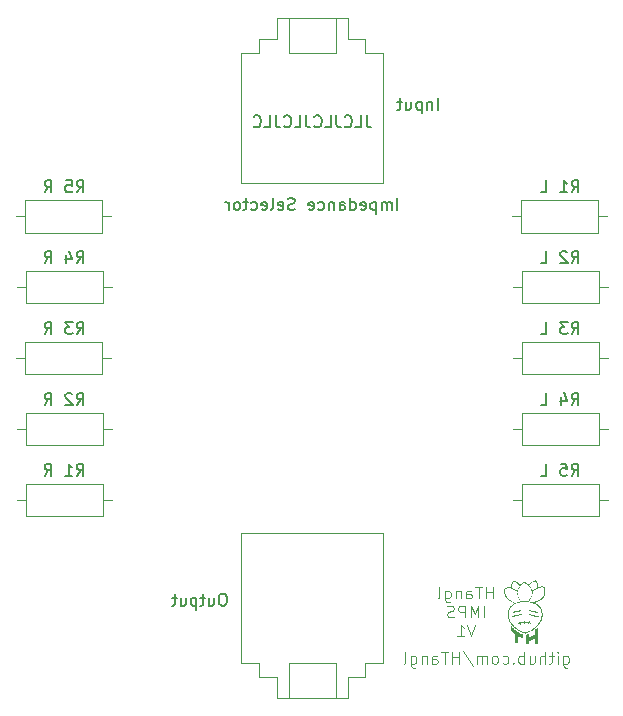
<source format=gbr>
%TF.GenerationSoftware,KiCad,Pcbnew,7.0.7*%
%TF.CreationDate,2024-06-01T16:44:26-07:00*%
%TF.ProjectId,Impedance Selector,496d7065-6461-46e6-9365-2053656c6563,rev?*%
%TF.SameCoordinates,Original*%
%TF.FileFunction,Legend,Bot*%
%TF.FilePolarity,Positive*%
%FSLAX46Y46*%
G04 Gerber Fmt 4.6, Leading zero omitted, Abs format (unit mm)*
G04 Created by KiCad (PCBNEW 7.0.7) date 2024-06-01 16:44:26*
%MOMM*%
%LPD*%
G01*
G04 APERTURE LIST*
%ADD10C,0.125000*%
%ADD11C,0.187500*%
%ADD12C,0.150000*%
%ADD13C,0.120000*%
G04 APERTURE END LIST*
D10*
X165285714Y-120346119D02*
X165285714Y-119346119D01*
X165285714Y-119822309D02*
X164714286Y-119822309D01*
X164714286Y-120346119D02*
X164714286Y-119346119D01*
X164380952Y-119346119D02*
X163809524Y-119346119D01*
X164095238Y-120346119D02*
X164095238Y-119346119D01*
X163047619Y-120346119D02*
X163047619Y-119822309D01*
X163047619Y-119822309D02*
X163095238Y-119727071D01*
X163095238Y-119727071D02*
X163190476Y-119679452D01*
X163190476Y-119679452D02*
X163380952Y-119679452D01*
X163380952Y-119679452D02*
X163476190Y-119727071D01*
X163047619Y-120298500D02*
X163142857Y-120346119D01*
X163142857Y-120346119D02*
X163380952Y-120346119D01*
X163380952Y-120346119D02*
X163476190Y-120298500D01*
X163476190Y-120298500D02*
X163523809Y-120203261D01*
X163523809Y-120203261D02*
X163523809Y-120108023D01*
X163523809Y-120108023D02*
X163476190Y-120012785D01*
X163476190Y-120012785D02*
X163380952Y-119965166D01*
X163380952Y-119965166D02*
X163142857Y-119965166D01*
X163142857Y-119965166D02*
X163047619Y-119917547D01*
X162571428Y-119679452D02*
X162571428Y-120346119D01*
X162571428Y-119774690D02*
X162523809Y-119727071D01*
X162523809Y-119727071D02*
X162428571Y-119679452D01*
X162428571Y-119679452D02*
X162285714Y-119679452D01*
X162285714Y-119679452D02*
X162190476Y-119727071D01*
X162190476Y-119727071D02*
X162142857Y-119822309D01*
X162142857Y-119822309D02*
X162142857Y-120346119D01*
X161238095Y-119679452D02*
X161238095Y-120488976D01*
X161238095Y-120488976D02*
X161285714Y-120584214D01*
X161285714Y-120584214D02*
X161333333Y-120631833D01*
X161333333Y-120631833D02*
X161428571Y-120679452D01*
X161428571Y-120679452D02*
X161571428Y-120679452D01*
X161571428Y-120679452D02*
X161666666Y-120631833D01*
X161238095Y-120298500D02*
X161333333Y-120346119D01*
X161333333Y-120346119D02*
X161523809Y-120346119D01*
X161523809Y-120346119D02*
X161619047Y-120298500D01*
X161619047Y-120298500D02*
X161666666Y-120250880D01*
X161666666Y-120250880D02*
X161714285Y-120155642D01*
X161714285Y-120155642D02*
X161714285Y-119869928D01*
X161714285Y-119869928D02*
X161666666Y-119774690D01*
X161666666Y-119774690D02*
X161619047Y-119727071D01*
X161619047Y-119727071D02*
X161523809Y-119679452D01*
X161523809Y-119679452D02*
X161333333Y-119679452D01*
X161333333Y-119679452D02*
X161238095Y-119727071D01*
X160619047Y-120346119D02*
X160714285Y-120298500D01*
X160714285Y-120298500D02*
X160761904Y-120203261D01*
X160761904Y-120203261D02*
X160761904Y-119346119D01*
X164547618Y-121956119D02*
X164547618Y-120956119D01*
X164071428Y-121956119D02*
X164071428Y-120956119D01*
X164071428Y-120956119D02*
X163738095Y-121670404D01*
X163738095Y-121670404D02*
X163404762Y-120956119D01*
X163404762Y-120956119D02*
X163404762Y-121956119D01*
X162928571Y-121956119D02*
X162928571Y-120956119D01*
X162928571Y-120956119D02*
X162547619Y-120956119D01*
X162547619Y-120956119D02*
X162452381Y-121003738D01*
X162452381Y-121003738D02*
X162404762Y-121051357D01*
X162404762Y-121051357D02*
X162357143Y-121146595D01*
X162357143Y-121146595D02*
X162357143Y-121289452D01*
X162357143Y-121289452D02*
X162404762Y-121384690D01*
X162404762Y-121384690D02*
X162452381Y-121432309D01*
X162452381Y-121432309D02*
X162547619Y-121479928D01*
X162547619Y-121479928D02*
X162928571Y-121479928D01*
X161976190Y-121908500D02*
X161833333Y-121956119D01*
X161833333Y-121956119D02*
X161595238Y-121956119D01*
X161595238Y-121956119D02*
X161500000Y-121908500D01*
X161500000Y-121908500D02*
X161452381Y-121860880D01*
X161452381Y-121860880D02*
X161404762Y-121765642D01*
X161404762Y-121765642D02*
X161404762Y-121670404D01*
X161404762Y-121670404D02*
X161452381Y-121575166D01*
X161452381Y-121575166D02*
X161500000Y-121527547D01*
X161500000Y-121527547D02*
X161595238Y-121479928D01*
X161595238Y-121479928D02*
X161785714Y-121432309D01*
X161785714Y-121432309D02*
X161880952Y-121384690D01*
X161880952Y-121384690D02*
X161928571Y-121337071D01*
X161928571Y-121337071D02*
X161976190Y-121241833D01*
X161976190Y-121241833D02*
X161976190Y-121146595D01*
X161976190Y-121146595D02*
X161928571Y-121051357D01*
X161928571Y-121051357D02*
X161880952Y-121003738D01*
X161880952Y-121003738D02*
X161785714Y-120956119D01*
X161785714Y-120956119D02*
X161547619Y-120956119D01*
X161547619Y-120956119D02*
X161404762Y-121003738D01*
X163809523Y-122566119D02*
X163476190Y-123566119D01*
X163476190Y-123566119D02*
X163142857Y-122566119D01*
X162285714Y-123566119D02*
X162857142Y-123566119D01*
X162571428Y-123566119D02*
X162571428Y-122566119D01*
X162571428Y-122566119D02*
X162666666Y-122708976D01*
X162666666Y-122708976D02*
X162761904Y-122804214D01*
X162761904Y-122804214D02*
X162857142Y-122851833D01*
X171251097Y-125204452D02*
X171251097Y-126013976D01*
X171251097Y-126013976D02*
X171298716Y-126109214D01*
X171298716Y-126109214D02*
X171346335Y-126156833D01*
X171346335Y-126156833D02*
X171441573Y-126204452D01*
X171441573Y-126204452D02*
X171584430Y-126204452D01*
X171584430Y-126204452D02*
X171679668Y-126156833D01*
X171251097Y-125823500D02*
X171346335Y-125871119D01*
X171346335Y-125871119D02*
X171536811Y-125871119D01*
X171536811Y-125871119D02*
X171632049Y-125823500D01*
X171632049Y-125823500D02*
X171679668Y-125775880D01*
X171679668Y-125775880D02*
X171727287Y-125680642D01*
X171727287Y-125680642D02*
X171727287Y-125394928D01*
X171727287Y-125394928D02*
X171679668Y-125299690D01*
X171679668Y-125299690D02*
X171632049Y-125252071D01*
X171632049Y-125252071D02*
X171536811Y-125204452D01*
X171536811Y-125204452D02*
X171346335Y-125204452D01*
X171346335Y-125204452D02*
X171251097Y-125252071D01*
X170774906Y-125871119D02*
X170774906Y-125204452D01*
X170774906Y-124871119D02*
X170822525Y-124918738D01*
X170822525Y-124918738D02*
X170774906Y-124966357D01*
X170774906Y-124966357D02*
X170727287Y-124918738D01*
X170727287Y-124918738D02*
X170774906Y-124871119D01*
X170774906Y-124871119D02*
X170774906Y-124966357D01*
X170441573Y-125204452D02*
X170060621Y-125204452D01*
X170298716Y-124871119D02*
X170298716Y-125728261D01*
X170298716Y-125728261D02*
X170251097Y-125823500D01*
X170251097Y-125823500D02*
X170155859Y-125871119D01*
X170155859Y-125871119D02*
X170060621Y-125871119D01*
X169727287Y-125871119D02*
X169727287Y-124871119D01*
X169298716Y-125871119D02*
X169298716Y-125347309D01*
X169298716Y-125347309D02*
X169346335Y-125252071D01*
X169346335Y-125252071D02*
X169441573Y-125204452D01*
X169441573Y-125204452D02*
X169584430Y-125204452D01*
X169584430Y-125204452D02*
X169679668Y-125252071D01*
X169679668Y-125252071D02*
X169727287Y-125299690D01*
X168393954Y-125204452D02*
X168393954Y-125871119D01*
X168822525Y-125204452D02*
X168822525Y-125728261D01*
X168822525Y-125728261D02*
X168774906Y-125823500D01*
X168774906Y-125823500D02*
X168679668Y-125871119D01*
X168679668Y-125871119D02*
X168536811Y-125871119D01*
X168536811Y-125871119D02*
X168441573Y-125823500D01*
X168441573Y-125823500D02*
X168393954Y-125775880D01*
X167917763Y-125871119D02*
X167917763Y-124871119D01*
X167917763Y-125252071D02*
X167822525Y-125204452D01*
X167822525Y-125204452D02*
X167632049Y-125204452D01*
X167632049Y-125204452D02*
X167536811Y-125252071D01*
X167536811Y-125252071D02*
X167489192Y-125299690D01*
X167489192Y-125299690D02*
X167441573Y-125394928D01*
X167441573Y-125394928D02*
X167441573Y-125680642D01*
X167441573Y-125680642D02*
X167489192Y-125775880D01*
X167489192Y-125775880D02*
X167536811Y-125823500D01*
X167536811Y-125823500D02*
X167632049Y-125871119D01*
X167632049Y-125871119D02*
X167822525Y-125871119D01*
X167822525Y-125871119D02*
X167917763Y-125823500D01*
X167013001Y-125775880D02*
X166965382Y-125823500D01*
X166965382Y-125823500D02*
X167013001Y-125871119D01*
X167013001Y-125871119D02*
X167060620Y-125823500D01*
X167060620Y-125823500D02*
X167013001Y-125775880D01*
X167013001Y-125775880D02*
X167013001Y-125871119D01*
X166108240Y-125823500D02*
X166203478Y-125871119D01*
X166203478Y-125871119D02*
X166393954Y-125871119D01*
X166393954Y-125871119D02*
X166489192Y-125823500D01*
X166489192Y-125823500D02*
X166536811Y-125775880D01*
X166536811Y-125775880D02*
X166584430Y-125680642D01*
X166584430Y-125680642D02*
X166584430Y-125394928D01*
X166584430Y-125394928D02*
X166536811Y-125299690D01*
X166536811Y-125299690D02*
X166489192Y-125252071D01*
X166489192Y-125252071D02*
X166393954Y-125204452D01*
X166393954Y-125204452D02*
X166203478Y-125204452D01*
X166203478Y-125204452D02*
X166108240Y-125252071D01*
X165536811Y-125871119D02*
X165632049Y-125823500D01*
X165632049Y-125823500D02*
X165679668Y-125775880D01*
X165679668Y-125775880D02*
X165727287Y-125680642D01*
X165727287Y-125680642D02*
X165727287Y-125394928D01*
X165727287Y-125394928D02*
X165679668Y-125299690D01*
X165679668Y-125299690D02*
X165632049Y-125252071D01*
X165632049Y-125252071D02*
X165536811Y-125204452D01*
X165536811Y-125204452D02*
X165393954Y-125204452D01*
X165393954Y-125204452D02*
X165298716Y-125252071D01*
X165298716Y-125252071D02*
X165251097Y-125299690D01*
X165251097Y-125299690D02*
X165203478Y-125394928D01*
X165203478Y-125394928D02*
X165203478Y-125680642D01*
X165203478Y-125680642D02*
X165251097Y-125775880D01*
X165251097Y-125775880D02*
X165298716Y-125823500D01*
X165298716Y-125823500D02*
X165393954Y-125871119D01*
X165393954Y-125871119D02*
X165536811Y-125871119D01*
X164774906Y-125871119D02*
X164774906Y-125204452D01*
X164774906Y-125299690D02*
X164727287Y-125252071D01*
X164727287Y-125252071D02*
X164632049Y-125204452D01*
X164632049Y-125204452D02*
X164489192Y-125204452D01*
X164489192Y-125204452D02*
X164393954Y-125252071D01*
X164393954Y-125252071D02*
X164346335Y-125347309D01*
X164346335Y-125347309D02*
X164346335Y-125871119D01*
X164346335Y-125347309D02*
X164298716Y-125252071D01*
X164298716Y-125252071D02*
X164203478Y-125204452D01*
X164203478Y-125204452D02*
X164060621Y-125204452D01*
X164060621Y-125204452D02*
X163965382Y-125252071D01*
X163965382Y-125252071D02*
X163917763Y-125347309D01*
X163917763Y-125347309D02*
X163917763Y-125871119D01*
X162727288Y-124823500D02*
X163584430Y-126109214D01*
X162393954Y-125871119D02*
X162393954Y-124871119D01*
X162393954Y-125347309D02*
X161822526Y-125347309D01*
X161822526Y-125871119D02*
X161822526Y-124871119D01*
X161489192Y-124871119D02*
X160917764Y-124871119D01*
X161203478Y-125871119D02*
X161203478Y-124871119D01*
X160155859Y-125871119D02*
X160155859Y-125347309D01*
X160155859Y-125347309D02*
X160203478Y-125252071D01*
X160203478Y-125252071D02*
X160298716Y-125204452D01*
X160298716Y-125204452D02*
X160489192Y-125204452D01*
X160489192Y-125204452D02*
X160584430Y-125252071D01*
X160155859Y-125823500D02*
X160251097Y-125871119D01*
X160251097Y-125871119D02*
X160489192Y-125871119D01*
X160489192Y-125871119D02*
X160584430Y-125823500D01*
X160584430Y-125823500D02*
X160632049Y-125728261D01*
X160632049Y-125728261D02*
X160632049Y-125633023D01*
X160632049Y-125633023D02*
X160584430Y-125537785D01*
X160584430Y-125537785D02*
X160489192Y-125490166D01*
X160489192Y-125490166D02*
X160251097Y-125490166D01*
X160251097Y-125490166D02*
X160155859Y-125442547D01*
X159679668Y-125204452D02*
X159679668Y-125871119D01*
X159679668Y-125299690D02*
X159632049Y-125252071D01*
X159632049Y-125252071D02*
X159536811Y-125204452D01*
X159536811Y-125204452D02*
X159393954Y-125204452D01*
X159393954Y-125204452D02*
X159298716Y-125252071D01*
X159298716Y-125252071D02*
X159251097Y-125347309D01*
X159251097Y-125347309D02*
X159251097Y-125871119D01*
X158346335Y-125204452D02*
X158346335Y-126013976D01*
X158346335Y-126013976D02*
X158393954Y-126109214D01*
X158393954Y-126109214D02*
X158441573Y-126156833D01*
X158441573Y-126156833D02*
X158536811Y-126204452D01*
X158536811Y-126204452D02*
X158679668Y-126204452D01*
X158679668Y-126204452D02*
X158774906Y-126156833D01*
X158346335Y-125823500D02*
X158441573Y-125871119D01*
X158441573Y-125871119D02*
X158632049Y-125871119D01*
X158632049Y-125871119D02*
X158727287Y-125823500D01*
X158727287Y-125823500D02*
X158774906Y-125775880D01*
X158774906Y-125775880D02*
X158822525Y-125680642D01*
X158822525Y-125680642D02*
X158822525Y-125394928D01*
X158822525Y-125394928D02*
X158774906Y-125299690D01*
X158774906Y-125299690D02*
X158727287Y-125252071D01*
X158727287Y-125252071D02*
X158632049Y-125204452D01*
X158632049Y-125204452D02*
X158441573Y-125204452D01*
X158441573Y-125204452D02*
X158346335Y-125252071D01*
X157727287Y-125871119D02*
X157822525Y-125823500D01*
X157822525Y-125823500D02*
X157870144Y-125728261D01*
X157870144Y-125728261D02*
X157870144Y-124871119D01*
D11*
X154602835Y-79452869D02*
X154602835Y-80167154D01*
X154602835Y-80167154D02*
X154650454Y-80310011D01*
X154650454Y-80310011D02*
X154745692Y-80405250D01*
X154745692Y-80405250D02*
X154888549Y-80452869D01*
X154888549Y-80452869D02*
X154983787Y-80452869D01*
X153650454Y-80452869D02*
X154126644Y-80452869D01*
X154126644Y-80452869D02*
X154126644Y-79452869D01*
X152745692Y-80357630D02*
X152793311Y-80405250D01*
X152793311Y-80405250D02*
X152936168Y-80452869D01*
X152936168Y-80452869D02*
X153031406Y-80452869D01*
X153031406Y-80452869D02*
X153174263Y-80405250D01*
X153174263Y-80405250D02*
X153269501Y-80310011D01*
X153269501Y-80310011D02*
X153317120Y-80214773D01*
X153317120Y-80214773D02*
X153364739Y-80024297D01*
X153364739Y-80024297D02*
X153364739Y-79881440D01*
X153364739Y-79881440D02*
X153317120Y-79690964D01*
X153317120Y-79690964D02*
X153269501Y-79595726D01*
X153269501Y-79595726D02*
X153174263Y-79500488D01*
X153174263Y-79500488D02*
X153031406Y-79452869D01*
X153031406Y-79452869D02*
X152936168Y-79452869D01*
X152936168Y-79452869D02*
X152793311Y-79500488D01*
X152793311Y-79500488D02*
X152745692Y-79548107D01*
X152031406Y-79452869D02*
X152031406Y-80167154D01*
X152031406Y-80167154D02*
X152079025Y-80310011D01*
X152079025Y-80310011D02*
X152174263Y-80405250D01*
X152174263Y-80405250D02*
X152317120Y-80452869D01*
X152317120Y-80452869D02*
X152412358Y-80452869D01*
X151079025Y-80452869D02*
X151555215Y-80452869D01*
X151555215Y-80452869D02*
X151555215Y-79452869D01*
X150174263Y-80357630D02*
X150221882Y-80405250D01*
X150221882Y-80405250D02*
X150364739Y-80452869D01*
X150364739Y-80452869D02*
X150459977Y-80452869D01*
X150459977Y-80452869D02*
X150602834Y-80405250D01*
X150602834Y-80405250D02*
X150698072Y-80310011D01*
X150698072Y-80310011D02*
X150745691Y-80214773D01*
X150745691Y-80214773D02*
X150793310Y-80024297D01*
X150793310Y-80024297D02*
X150793310Y-79881440D01*
X150793310Y-79881440D02*
X150745691Y-79690964D01*
X150745691Y-79690964D02*
X150698072Y-79595726D01*
X150698072Y-79595726D02*
X150602834Y-79500488D01*
X150602834Y-79500488D02*
X150459977Y-79452869D01*
X150459977Y-79452869D02*
X150364739Y-79452869D01*
X150364739Y-79452869D02*
X150221882Y-79500488D01*
X150221882Y-79500488D02*
X150174263Y-79548107D01*
X149459977Y-79452869D02*
X149459977Y-80167154D01*
X149459977Y-80167154D02*
X149507596Y-80310011D01*
X149507596Y-80310011D02*
X149602834Y-80405250D01*
X149602834Y-80405250D02*
X149745691Y-80452869D01*
X149745691Y-80452869D02*
X149840929Y-80452869D01*
X148507596Y-80452869D02*
X148983786Y-80452869D01*
X148983786Y-80452869D02*
X148983786Y-79452869D01*
X147602834Y-80357630D02*
X147650453Y-80405250D01*
X147650453Y-80405250D02*
X147793310Y-80452869D01*
X147793310Y-80452869D02*
X147888548Y-80452869D01*
X147888548Y-80452869D02*
X148031405Y-80405250D01*
X148031405Y-80405250D02*
X148126643Y-80310011D01*
X148126643Y-80310011D02*
X148174262Y-80214773D01*
X148174262Y-80214773D02*
X148221881Y-80024297D01*
X148221881Y-80024297D02*
X148221881Y-79881440D01*
X148221881Y-79881440D02*
X148174262Y-79690964D01*
X148174262Y-79690964D02*
X148126643Y-79595726D01*
X148126643Y-79595726D02*
X148031405Y-79500488D01*
X148031405Y-79500488D02*
X147888548Y-79452869D01*
X147888548Y-79452869D02*
X147793310Y-79452869D01*
X147793310Y-79452869D02*
X147650453Y-79500488D01*
X147650453Y-79500488D02*
X147602834Y-79548107D01*
X146888548Y-79452869D02*
X146888548Y-80167154D01*
X146888548Y-80167154D02*
X146936167Y-80310011D01*
X146936167Y-80310011D02*
X147031405Y-80405250D01*
X147031405Y-80405250D02*
X147174262Y-80452869D01*
X147174262Y-80452869D02*
X147269500Y-80452869D01*
X145936167Y-80452869D02*
X146412357Y-80452869D01*
X146412357Y-80452869D02*
X146412357Y-79452869D01*
X145031405Y-80357630D02*
X145079024Y-80405250D01*
X145079024Y-80405250D02*
X145221881Y-80452869D01*
X145221881Y-80452869D02*
X145317119Y-80452869D01*
X145317119Y-80452869D02*
X145459976Y-80405250D01*
X145459976Y-80405250D02*
X145555214Y-80310011D01*
X145555214Y-80310011D02*
X145602833Y-80214773D01*
X145602833Y-80214773D02*
X145650452Y-80024297D01*
X145650452Y-80024297D02*
X145650452Y-79881440D01*
X145650452Y-79881440D02*
X145602833Y-79690964D01*
X145602833Y-79690964D02*
X145555214Y-79595726D01*
X145555214Y-79595726D02*
X145459976Y-79500488D01*
X145459976Y-79500488D02*
X145317119Y-79452869D01*
X145317119Y-79452869D02*
X145221881Y-79452869D01*
X145221881Y-79452869D02*
X145079024Y-79500488D01*
X145079024Y-79500488D02*
X145031405Y-79548107D01*
D12*
X157214286Y-87454819D02*
X157214286Y-86454819D01*
X156738096Y-87454819D02*
X156738096Y-86788152D01*
X156738096Y-86883390D02*
X156690477Y-86835771D01*
X156690477Y-86835771D02*
X156595239Y-86788152D01*
X156595239Y-86788152D02*
X156452382Y-86788152D01*
X156452382Y-86788152D02*
X156357144Y-86835771D01*
X156357144Y-86835771D02*
X156309525Y-86931009D01*
X156309525Y-86931009D02*
X156309525Y-87454819D01*
X156309525Y-86931009D02*
X156261906Y-86835771D01*
X156261906Y-86835771D02*
X156166668Y-86788152D01*
X156166668Y-86788152D02*
X156023811Y-86788152D01*
X156023811Y-86788152D02*
X155928572Y-86835771D01*
X155928572Y-86835771D02*
X155880953Y-86931009D01*
X155880953Y-86931009D02*
X155880953Y-87454819D01*
X155404763Y-86788152D02*
X155404763Y-87788152D01*
X155404763Y-86835771D02*
X155309525Y-86788152D01*
X155309525Y-86788152D02*
X155119049Y-86788152D01*
X155119049Y-86788152D02*
X155023811Y-86835771D01*
X155023811Y-86835771D02*
X154976192Y-86883390D01*
X154976192Y-86883390D02*
X154928573Y-86978628D01*
X154928573Y-86978628D02*
X154928573Y-87264342D01*
X154928573Y-87264342D02*
X154976192Y-87359580D01*
X154976192Y-87359580D02*
X155023811Y-87407200D01*
X155023811Y-87407200D02*
X155119049Y-87454819D01*
X155119049Y-87454819D02*
X155309525Y-87454819D01*
X155309525Y-87454819D02*
X155404763Y-87407200D01*
X154119049Y-87407200D02*
X154214287Y-87454819D01*
X154214287Y-87454819D02*
X154404763Y-87454819D01*
X154404763Y-87454819D02*
X154500001Y-87407200D01*
X154500001Y-87407200D02*
X154547620Y-87311961D01*
X154547620Y-87311961D02*
X154547620Y-86931009D01*
X154547620Y-86931009D02*
X154500001Y-86835771D01*
X154500001Y-86835771D02*
X154404763Y-86788152D01*
X154404763Y-86788152D02*
X154214287Y-86788152D01*
X154214287Y-86788152D02*
X154119049Y-86835771D01*
X154119049Y-86835771D02*
X154071430Y-86931009D01*
X154071430Y-86931009D02*
X154071430Y-87026247D01*
X154071430Y-87026247D02*
X154547620Y-87121485D01*
X153214287Y-87454819D02*
X153214287Y-86454819D01*
X153214287Y-87407200D02*
X153309525Y-87454819D01*
X153309525Y-87454819D02*
X153500001Y-87454819D01*
X153500001Y-87454819D02*
X153595239Y-87407200D01*
X153595239Y-87407200D02*
X153642858Y-87359580D01*
X153642858Y-87359580D02*
X153690477Y-87264342D01*
X153690477Y-87264342D02*
X153690477Y-86978628D01*
X153690477Y-86978628D02*
X153642858Y-86883390D01*
X153642858Y-86883390D02*
X153595239Y-86835771D01*
X153595239Y-86835771D02*
X153500001Y-86788152D01*
X153500001Y-86788152D02*
X153309525Y-86788152D01*
X153309525Y-86788152D02*
X153214287Y-86835771D01*
X152309525Y-87454819D02*
X152309525Y-86931009D01*
X152309525Y-86931009D02*
X152357144Y-86835771D01*
X152357144Y-86835771D02*
X152452382Y-86788152D01*
X152452382Y-86788152D02*
X152642858Y-86788152D01*
X152642858Y-86788152D02*
X152738096Y-86835771D01*
X152309525Y-87407200D02*
X152404763Y-87454819D01*
X152404763Y-87454819D02*
X152642858Y-87454819D01*
X152642858Y-87454819D02*
X152738096Y-87407200D01*
X152738096Y-87407200D02*
X152785715Y-87311961D01*
X152785715Y-87311961D02*
X152785715Y-87216723D01*
X152785715Y-87216723D02*
X152738096Y-87121485D01*
X152738096Y-87121485D02*
X152642858Y-87073866D01*
X152642858Y-87073866D02*
X152404763Y-87073866D01*
X152404763Y-87073866D02*
X152309525Y-87026247D01*
X151833334Y-86788152D02*
X151833334Y-87454819D01*
X151833334Y-86883390D02*
X151785715Y-86835771D01*
X151785715Y-86835771D02*
X151690477Y-86788152D01*
X151690477Y-86788152D02*
X151547620Y-86788152D01*
X151547620Y-86788152D02*
X151452382Y-86835771D01*
X151452382Y-86835771D02*
X151404763Y-86931009D01*
X151404763Y-86931009D02*
X151404763Y-87454819D01*
X150500001Y-87407200D02*
X150595239Y-87454819D01*
X150595239Y-87454819D02*
X150785715Y-87454819D01*
X150785715Y-87454819D02*
X150880953Y-87407200D01*
X150880953Y-87407200D02*
X150928572Y-87359580D01*
X150928572Y-87359580D02*
X150976191Y-87264342D01*
X150976191Y-87264342D02*
X150976191Y-86978628D01*
X150976191Y-86978628D02*
X150928572Y-86883390D01*
X150928572Y-86883390D02*
X150880953Y-86835771D01*
X150880953Y-86835771D02*
X150785715Y-86788152D01*
X150785715Y-86788152D02*
X150595239Y-86788152D01*
X150595239Y-86788152D02*
X150500001Y-86835771D01*
X149690477Y-87407200D02*
X149785715Y-87454819D01*
X149785715Y-87454819D02*
X149976191Y-87454819D01*
X149976191Y-87454819D02*
X150071429Y-87407200D01*
X150071429Y-87407200D02*
X150119048Y-87311961D01*
X150119048Y-87311961D02*
X150119048Y-86931009D01*
X150119048Y-86931009D02*
X150071429Y-86835771D01*
X150071429Y-86835771D02*
X149976191Y-86788152D01*
X149976191Y-86788152D02*
X149785715Y-86788152D01*
X149785715Y-86788152D02*
X149690477Y-86835771D01*
X149690477Y-86835771D02*
X149642858Y-86931009D01*
X149642858Y-86931009D02*
X149642858Y-87026247D01*
X149642858Y-87026247D02*
X150119048Y-87121485D01*
X148500000Y-87407200D02*
X148357143Y-87454819D01*
X148357143Y-87454819D02*
X148119048Y-87454819D01*
X148119048Y-87454819D02*
X148023810Y-87407200D01*
X148023810Y-87407200D02*
X147976191Y-87359580D01*
X147976191Y-87359580D02*
X147928572Y-87264342D01*
X147928572Y-87264342D02*
X147928572Y-87169104D01*
X147928572Y-87169104D02*
X147976191Y-87073866D01*
X147976191Y-87073866D02*
X148023810Y-87026247D01*
X148023810Y-87026247D02*
X148119048Y-86978628D01*
X148119048Y-86978628D02*
X148309524Y-86931009D01*
X148309524Y-86931009D02*
X148404762Y-86883390D01*
X148404762Y-86883390D02*
X148452381Y-86835771D01*
X148452381Y-86835771D02*
X148500000Y-86740533D01*
X148500000Y-86740533D02*
X148500000Y-86645295D01*
X148500000Y-86645295D02*
X148452381Y-86550057D01*
X148452381Y-86550057D02*
X148404762Y-86502438D01*
X148404762Y-86502438D02*
X148309524Y-86454819D01*
X148309524Y-86454819D02*
X148071429Y-86454819D01*
X148071429Y-86454819D02*
X147928572Y-86502438D01*
X147119048Y-87407200D02*
X147214286Y-87454819D01*
X147214286Y-87454819D02*
X147404762Y-87454819D01*
X147404762Y-87454819D02*
X147500000Y-87407200D01*
X147500000Y-87407200D02*
X147547619Y-87311961D01*
X147547619Y-87311961D02*
X147547619Y-86931009D01*
X147547619Y-86931009D02*
X147500000Y-86835771D01*
X147500000Y-86835771D02*
X147404762Y-86788152D01*
X147404762Y-86788152D02*
X147214286Y-86788152D01*
X147214286Y-86788152D02*
X147119048Y-86835771D01*
X147119048Y-86835771D02*
X147071429Y-86931009D01*
X147071429Y-86931009D02*
X147071429Y-87026247D01*
X147071429Y-87026247D02*
X147547619Y-87121485D01*
X146500000Y-87454819D02*
X146595238Y-87407200D01*
X146595238Y-87407200D02*
X146642857Y-87311961D01*
X146642857Y-87311961D02*
X146642857Y-86454819D01*
X145738095Y-87407200D02*
X145833333Y-87454819D01*
X145833333Y-87454819D02*
X146023809Y-87454819D01*
X146023809Y-87454819D02*
X146119047Y-87407200D01*
X146119047Y-87407200D02*
X146166666Y-87311961D01*
X146166666Y-87311961D02*
X146166666Y-86931009D01*
X146166666Y-86931009D02*
X146119047Y-86835771D01*
X146119047Y-86835771D02*
X146023809Y-86788152D01*
X146023809Y-86788152D02*
X145833333Y-86788152D01*
X145833333Y-86788152D02*
X145738095Y-86835771D01*
X145738095Y-86835771D02*
X145690476Y-86931009D01*
X145690476Y-86931009D02*
X145690476Y-87026247D01*
X145690476Y-87026247D02*
X146166666Y-87121485D01*
X144833333Y-87407200D02*
X144928571Y-87454819D01*
X144928571Y-87454819D02*
X145119047Y-87454819D01*
X145119047Y-87454819D02*
X145214285Y-87407200D01*
X145214285Y-87407200D02*
X145261904Y-87359580D01*
X145261904Y-87359580D02*
X145309523Y-87264342D01*
X145309523Y-87264342D02*
X145309523Y-86978628D01*
X145309523Y-86978628D02*
X145261904Y-86883390D01*
X145261904Y-86883390D02*
X145214285Y-86835771D01*
X145214285Y-86835771D02*
X145119047Y-86788152D01*
X145119047Y-86788152D02*
X144928571Y-86788152D01*
X144928571Y-86788152D02*
X144833333Y-86835771D01*
X144547618Y-86788152D02*
X144166666Y-86788152D01*
X144404761Y-86454819D02*
X144404761Y-87311961D01*
X144404761Y-87311961D02*
X144357142Y-87407200D01*
X144357142Y-87407200D02*
X144261904Y-87454819D01*
X144261904Y-87454819D02*
X144166666Y-87454819D01*
X143690475Y-87454819D02*
X143785713Y-87407200D01*
X143785713Y-87407200D02*
X143833332Y-87359580D01*
X143833332Y-87359580D02*
X143880951Y-87264342D01*
X143880951Y-87264342D02*
X143880951Y-86978628D01*
X143880951Y-86978628D02*
X143833332Y-86883390D01*
X143833332Y-86883390D02*
X143785713Y-86835771D01*
X143785713Y-86835771D02*
X143690475Y-86788152D01*
X143690475Y-86788152D02*
X143547618Y-86788152D01*
X143547618Y-86788152D02*
X143452380Y-86835771D01*
X143452380Y-86835771D02*
X143404761Y-86883390D01*
X143404761Y-86883390D02*
X143357142Y-86978628D01*
X143357142Y-86978628D02*
X143357142Y-87264342D01*
X143357142Y-87264342D02*
X143404761Y-87359580D01*
X143404761Y-87359580D02*
X143452380Y-87407200D01*
X143452380Y-87407200D02*
X143547618Y-87454819D01*
X143547618Y-87454819D02*
X143690475Y-87454819D01*
X142928570Y-87454819D02*
X142928570Y-86788152D01*
X142928570Y-86978628D02*
X142880951Y-86883390D01*
X142880951Y-86883390D02*
X142833332Y-86835771D01*
X142833332Y-86835771D02*
X142738094Y-86788152D01*
X142738094Y-86788152D02*
X142642856Y-86788152D01*
X171952381Y-91954819D02*
X172285714Y-91478628D01*
X172523809Y-91954819D02*
X172523809Y-90954819D01*
X172523809Y-90954819D02*
X172142857Y-90954819D01*
X172142857Y-90954819D02*
X172047619Y-91002438D01*
X172047619Y-91002438D02*
X172000000Y-91050057D01*
X172000000Y-91050057D02*
X171952381Y-91145295D01*
X171952381Y-91145295D02*
X171952381Y-91288152D01*
X171952381Y-91288152D02*
X172000000Y-91383390D01*
X172000000Y-91383390D02*
X172047619Y-91431009D01*
X172047619Y-91431009D02*
X172142857Y-91478628D01*
X172142857Y-91478628D02*
X172523809Y-91478628D01*
X171571428Y-91050057D02*
X171523809Y-91002438D01*
X171523809Y-91002438D02*
X171428571Y-90954819D01*
X171428571Y-90954819D02*
X171190476Y-90954819D01*
X171190476Y-90954819D02*
X171095238Y-91002438D01*
X171095238Y-91002438D02*
X171047619Y-91050057D01*
X171047619Y-91050057D02*
X171000000Y-91145295D01*
X171000000Y-91145295D02*
X171000000Y-91240533D01*
X171000000Y-91240533D02*
X171047619Y-91383390D01*
X171047619Y-91383390D02*
X171619047Y-91954819D01*
X171619047Y-91954819D02*
X171000000Y-91954819D01*
X169333333Y-91954819D02*
X169809523Y-91954819D01*
X169809523Y-91954819D02*
X169809523Y-90954819D01*
X171952381Y-103954819D02*
X172285714Y-103478628D01*
X172523809Y-103954819D02*
X172523809Y-102954819D01*
X172523809Y-102954819D02*
X172142857Y-102954819D01*
X172142857Y-102954819D02*
X172047619Y-103002438D01*
X172047619Y-103002438D02*
X172000000Y-103050057D01*
X172000000Y-103050057D02*
X171952381Y-103145295D01*
X171952381Y-103145295D02*
X171952381Y-103288152D01*
X171952381Y-103288152D02*
X172000000Y-103383390D01*
X172000000Y-103383390D02*
X172047619Y-103431009D01*
X172047619Y-103431009D02*
X172142857Y-103478628D01*
X172142857Y-103478628D02*
X172523809Y-103478628D01*
X171095238Y-103288152D02*
X171095238Y-103954819D01*
X171333333Y-102907200D02*
X171571428Y-103621485D01*
X171571428Y-103621485D02*
X170952381Y-103621485D01*
X169333333Y-103954819D02*
X169809523Y-103954819D01*
X169809523Y-103954819D02*
X169809523Y-102954819D01*
X130047619Y-97954819D02*
X130380952Y-97478628D01*
X130619047Y-97954819D02*
X130619047Y-96954819D01*
X130619047Y-96954819D02*
X130238095Y-96954819D01*
X130238095Y-96954819D02*
X130142857Y-97002438D01*
X130142857Y-97002438D02*
X130095238Y-97050057D01*
X130095238Y-97050057D02*
X130047619Y-97145295D01*
X130047619Y-97145295D02*
X130047619Y-97288152D01*
X130047619Y-97288152D02*
X130095238Y-97383390D01*
X130095238Y-97383390D02*
X130142857Y-97431009D01*
X130142857Y-97431009D02*
X130238095Y-97478628D01*
X130238095Y-97478628D02*
X130619047Y-97478628D01*
X129714285Y-96954819D02*
X129095238Y-96954819D01*
X129095238Y-96954819D02*
X129428571Y-97335771D01*
X129428571Y-97335771D02*
X129285714Y-97335771D01*
X129285714Y-97335771D02*
X129190476Y-97383390D01*
X129190476Y-97383390D02*
X129142857Y-97431009D01*
X129142857Y-97431009D02*
X129095238Y-97526247D01*
X129095238Y-97526247D02*
X129095238Y-97764342D01*
X129095238Y-97764342D02*
X129142857Y-97859580D01*
X129142857Y-97859580D02*
X129190476Y-97907200D01*
X129190476Y-97907200D02*
X129285714Y-97954819D01*
X129285714Y-97954819D02*
X129571428Y-97954819D01*
X129571428Y-97954819D02*
X129666666Y-97907200D01*
X129666666Y-97907200D02*
X129714285Y-97859580D01*
X127333333Y-97954819D02*
X127666666Y-97478628D01*
X127904761Y-97954819D02*
X127904761Y-96954819D01*
X127904761Y-96954819D02*
X127523809Y-96954819D01*
X127523809Y-96954819D02*
X127428571Y-97002438D01*
X127428571Y-97002438D02*
X127380952Y-97050057D01*
X127380952Y-97050057D02*
X127333333Y-97145295D01*
X127333333Y-97145295D02*
X127333333Y-97288152D01*
X127333333Y-97288152D02*
X127380952Y-97383390D01*
X127380952Y-97383390D02*
X127428571Y-97431009D01*
X127428571Y-97431009D02*
X127523809Y-97478628D01*
X127523809Y-97478628D02*
X127904761Y-97478628D01*
X142523809Y-119954819D02*
X142333333Y-119954819D01*
X142333333Y-119954819D02*
X142238095Y-120002438D01*
X142238095Y-120002438D02*
X142142857Y-120097676D01*
X142142857Y-120097676D02*
X142095238Y-120288152D01*
X142095238Y-120288152D02*
X142095238Y-120621485D01*
X142095238Y-120621485D02*
X142142857Y-120811961D01*
X142142857Y-120811961D02*
X142238095Y-120907200D01*
X142238095Y-120907200D02*
X142333333Y-120954819D01*
X142333333Y-120954819D02*
X142523809Y-120954819D01*
X142523809Y-120954819D02*
X142619047Y-120907200D01*
X142619047Y-120907200D02*
X142714285Y-120811961D01*
X142714285Y-120811961D02*
X142761904Y-120621485D01*
X142761904Y-120621485D02*
X142761904Y-120288152D01*
X142761904Y-120288152D02*
X142714285Y-120097676D01*
X142714285Y-120097676D02*
X142619047Y-120002438D01*
X142619047Y-120002438D02*
X142523809Y-119954819D01*
X141238095Y-120288152D02*
X141238095Y-120954819D01*
X141666666Y-120288152D02*
X141666666Y-120811961D01*
X141666666Y-120811961D02*
X141619047Y-120907200D01*
X141619047Y-120907200D02*
X141523809Y-120954819D01*
X141523809Y-120954819D02*
X141380952Y-120954819D01*
X141380952Y-120954819D02*
X141285714Y-120907200D01*
X141285714Y-120907200D02*
X141238095Y-120859580D01*
X140904761Y-120288152D02*
X140523809Y-120288152D01*
X140761904Y-119954819D02*
X140761904Y-120811961D01*
X140761904Y-120811961D02*
X140714285Y-120907200D01*
X140714285Y-120907200D02*
X140619047Y-120954819D01*
X140619047Y-120954819D02*
X140523809Y-120954819D01*
X140190475Y-120288152D02*
X140190475Y-121288152D01*
X140190475Y-120335771D02*
X140095237Y-120288152D01*
X140095237Y-120288152D02*
X139904761Y-120288152D01*
X139904761Y-120288152D02*
X139809523Y-120335771D01*
X139809523Y-120335771D02*
X139761904Y-120383390D01*
X139761904Y-120383390D02*
X139714285Y-120478628D01*
X139714285Y-120478628D02*
X139714285Y-120764342D01*
X139714285Y-120764342D02*
X139761904Y-120859580D01*
X139761904Y-120859580D02*
X139809523Y-120907200D01*
X139809523Y-120907200D02*
X139904761Y-120954819D01*
X139904761Y-120954819D02*
X140095237Y-120954819D01*
X140095237Y-120954819D02*
X140190475Y-120907200D01*
X138857142Y-120288152D02*
X138857142Y-120954819D01*
X139285713Y-120288152D02*
X139285713Y-120811961D01*
X139285713Y-120811961D02*
X139238094Y-120907200D01*
X139238094Y-120907200D02*
X139142856Y-120954819D01*
X139142856Y-120954819D02*
X138999999Y-120954819D01*
X138999999Y-120954819D02*
X138904761Y-120907200D01*
X138904761Y-120907200D02*
X138857142Y-120859580D01*
X138523808Y-120288152D02*
X138142856Y-120288152D01*
X138380951Y-119954819D02*
X138380951Y-120811961D01*
X138380951Y-120811961D02*
X138333332Y-120907200D01*
X138333332Y-120907200D02*
X138238094Y-120954819D01*
X138238094Y-120954819D02*
X138142856Y-120954819D01*
X130047619Y-91954819D02*
X130380952Y-91478628D01*
X130619047Y-91954819D02*
X130619047Y-90954819D01*
X130619047Y-90954819D02*
X130238095Y-90954819D01*
X130238095Y-90954819D02*
X130142857Y-91002438D01*
X130142857Y-91002438D02*
X130095238Y-91050057D01*
X130095238Y-91050057D02*
X130047619Y-91145295D01*
X130047619Y-91145295D02*
X130047619Y-91288152D01*
X130047619Y-91288152D02*
X130095238Y-91383390D01*
X130095238Y-91383390D02*
X130142857Y-91431009D01*
X130142857Y-91431009D02*
X130238095Y-91478628D01*
X130238095Y-91478628D02*
X130619047Y-91478628D01*
X129190476Y-91288152D02*
X129190476Y-91954819D01*
X129428571Y-90907200D02*
X129666666Y-91621485D01*
X129666666Y-91621485D02*
X129047619Y-91621485D01*
X127333333Y-91954819D02*
X127666666Y-91478628D01*
X127904761Y-91954819D02*
X127904761Y-90954819D01*
X127904761Y-90954819D02*
X127523809Y-90954819D01*
X127523809Y-90954819D02*
X127428571Y-91002438D01*
X127428571Y-91002438D02*
X127380952Y-91050057D01*
X127380952Y-91050057D02*
X127333333Y-91145295D01*
X127333333Y-91145295D02*
X127333333Y-91288152D01*
X127333333Y-91288152D02*
X127380952Y-91383390D01*
X127380952Y-91383390D02*
X127428571Y-91431009D01*
X127428571Y-91431009D02*
X127523809Y-91478628D01*
X127523809Y-91478628D02*
X127904761Y-91478628D01*
X160642856Y-78954819D02*
X160642856Y-77954819D01*
X160166666Y-78288152D02*
X160166666Y-78954819D01*
X160166666Y-78383390D02*
X160119047Y-78335771D01*
X160119047Y-78335771D02*
X160023809Y-78288152D01*
X160023809Y-78288152D02*
X159880952Y-78288152D01*
X159880952Y-78288152D02*
X159785714Y-78335771D01*
X159785714Y-78335771D02*
X159738095Y-78431009D01*
X159738095Y-78431009D02*
X159738095Y-78954819D01*
X159261904Y-78288152D02*
X159261904Y-79288152D01*
X159261904Y-78335771D02*
X159166666Y-78288152D01*
X159166666Y-78288152D02*
X158976190Y-78288152D01*
X158976190Y-78288152D02*
X158880952Y-78335771D01*
X158880952Y-78335771D02*
X158833333Y-78383390D01*
X158833333Y-78383390D02*
X158785714Y-78478628D01*
X158785714Y-78478628D02*
X158785714Y-78764342D01*
X158785714Y-78764342D02*
X158833333Y-78859580D01*
X158833333Y-78859580D02*
X158880952Y-78907200D01*
X158880952Y-78907200D02*
X158976190Y-78954819D01*
X158976190Y-78954819D02*
X159166666Y-78954819D01*
X159166666Y-78954819D02*
X159261904Y-78907200D01*
X157928571Y-78288152D02*
X157928571Y-78954819D01*
X158357142Y-78288152D02*
X158357142Y-78811961D01*
X158357142Y-78811961D02*
X158309523Y-78907200D01*
X158309523Y-78907200D02*
X158214285Y-78954819D01*
X158214285Y-78954819D02*
X158071428Y-78954819D01*
X158071428Y-78954819D02*
X157976190Y-78907200D01*
X157976190Y-78907200D02*
X157928571Y-78859580D01*
X157595237Y-78288152D02*
X157214285Y-78288152D01*
X157452380Y-77954819D02*
X157452380Y-78811961D01*
X157452380Y-78811961D02*
X157404761Y-78907200D01*
X157404761Y-78907200D02*
X157309523Y-78954819D01*
X157309523Y-78954819D02*
X157214285Y-78954819D01*
X130047619Y-103954819D02*
X130380952Y-103478628D01*
X130619047Y-103954819D02*
X130619047Y-102954819D01*
X130619047Y-102954819D02*
X130238095Y-102954819D01*
X130238095Y-102954819D02*
X130142857Y-103002438D01*
X130142857Y-103002438D02*
X130095238Y-103050057D01*
X130095238Y-103050057D02*
X130047619Y-103145295D01*
X130047619Y-103145295D02*
X130047619Y-103288152D01*
X130047619Y-103288152D02*
X130095238Y-103383390D01*
X130095238Y-103383390D02*
X130142857Y-103431009D01*
X130142857Y-103431009D02*
X130238095Y-103478628D01*
X130238095Y-103478628D02*
X130619047Y-103478628D01*
X129666666Y-103050057D02*
X129619047Y-103002438D01*
X129619047Y-103002438D02*
X129523809Y-102954819D01*
X129523809Y-102954819D02*
X129285714Y-102954819D01*
X129285714Y-102954819D02*
X129190476Y-103002438D01*
X129190476Y-103002438D02*
X129142857Y-103050057D01*
X129142857Y-103050057D02*
X129095238Y-103145295D01*
X129095238Y-103145295D02*
X129095238Y-103240533D01*
X129095238Y-103240533D02*
X129142857Y-103383390D01*
X129142857Y-103383390D02*
X129714285Y-103954819D01*
X129714285Y-103954819D02*
X129095238Y-103954819D01*
X127333333Y-103954819D02*
X127666666Y-103478628D01*
X127904761Y-103954819D02*
X127904761Y-102954819D01*
X127904761Y-102954819D02*
X127523809Y-102954819D01*
X127523809Y-102954819D02*
X127428571Y-103002438D01*
X127428571Y-103002438D02*
X127380952Y-103050057D01*
X127380952Y-103050057D02*
X127333333Y-103145295D01*
X127333333Y-103145295D02*
X127333333Y-103288152D01*
X127333333Y-103288152D02*
X127380952Y-103383390D01*
X127380952Y-103383390D02*
X127428571Y-103431009D01*
X127428571Y-103431009D02*
X127523809Y-103478628D01*
X127523809Y-103478628D02*
X127904761Y-103478628D01*
X171952381Y-85954819D02*
X172285714Y-85478628D01*
X172523809Y-85954819D02*
X172523809Y-84954819D01*
X172523809Y-84954819D02*
X172142857Y-84954819D01*
X172142857Y-84954819D02*
X172047619Y-85002438D01*
X172047619Y-85002438D02*
X172000000Y-85050057D01*
X172000000Y-85050057D02*
X171952381Y-85145295D01*
X171952381Y-85145295D02*
X171952381Y-85288152D01*
X171952381Y-85288152D02*
X172000000Y-85383390D01*
X172000000Y-85383390D02*
X172047619Y-85431009D01*
X172047619Y-85431009D02*
X172142857Y-85478628D01*
X172142857Y-85478628D02*
X172523809Y-85478628D01*
X171000000Y-85954819D02*
X171571428Y-85954819D01*
X171285714Y-85954819D02*
X171285714Y-84954819D01*
X171285714Y-84954819D02*
X171380952Y-85097676D01*
X171380952Y-85097676D02*
X171476190Y-85192914D01*
X171476190Y-85192914D02*
X171571428Y-85240533D01*
X169333333Y-85954819D02*
X169809523Y-85954819D01*
X169809523Y-85954819D02*
X169809523Y-84954819D01*
X171952381Y-109954819D02*
X172285714Y-109478628D01*
X172523809Y-109954819D02*
X172523809Y-108954819D01*
X172523809Y-108954819D02*
X172142857Y-108954819D01*
X172142857Y-108954819D02*
X172047619Y-109002438D01*
X172047619Y-109002438D02*
X172000000Y-109050057D01*
X172000000Y-109050057D02*
X171952381Y-109145295D01*
X171952381Y-109145295D02*
X171952381Y-109288152D01*
X171952381Y-109288152D02*
X172000000Y-109383390D01*
X172000000Y-109383390D02*
X172047619Y-109431009D01*
X172047619Y-109431009D02*
X172142857Y-109478628D01*
X172142857Y-109478628D02*
X172523809Y-109478628D01*
X171047619Y-108954819D02*
X171523809Y-108954819D01*
X171523809Y-108954819D02*
X171571428Y-109431009D01*
X171571428Y-109431009D02*
X171523809Y-109383390D01*
X171523809Y-109383390D02*
X171428571Y-109335771D01*
X171428571Y-109335771D02*
X171190476Y-109335771D01*
X171190476Y-109335771D02*
X171095238Y-109383390D01*
X171095238Y-109383390D02*
X171047619Y-109431009D01*
X171047619Y-109431009D02*
X171000000Y-109526247D01*
X171000000Y-109526247D02*
X171000000Y-109764342D01*
X171000000Y-109764342D02*
X171047619Y-109859580D01*
X171047619Y-109859580D02*
X171095238Y-109907200D01*
X171095238Y-109907200D02*
X171190476Y-109954819D01*
X171190476Y-109954819D02*
X171428571Y-109954819D01*
X171428571Y-109954819D02*
X171523809Y-109907200D01*
X171523809Y-109907200D02*
X171571428Y-109859580D01*
X169333333Y-109954819D02*
X169809523Y-109954819D01*
X169809523Y-109954819D02*
X169809523Y-108954819D01*
X130047619Y-85954819D02*
X130380952Y-85478628D01*
X130619047Y-85954819D02*
X130619047Y-84954819D01*
X130619047Y-84954819D02*
X130238095Y-84954819D01*
X130238095Y-84954819D02*
X130142857Y-85002438D01*
X130142857Y-85002438D02*
X130095238Y-85050057D01*
X130095238Y-85050057D02*
X130047619Y-85145295D01*
X130047619Y-85145295D02*
X130047619Y-85288152D01*
X130047619Y-85288152D02*
X130095238Y-85383390D01*
X130095238Y-85383390D02*
X130142857Y-85431009D01*
X130142857Y-85431009D02*
X130238095Y-85478628D01*
X130238095Y-85478628D02*
X130619047Y-85478628D01*
X129142857Y-84954819D02*
X129619047Y-84954819D01*
X129619047Y-84954819D02*
X129666666Y-85431009D01*
X129666666Y-85431009D02*
X129619047Y-85383390D01*
X129619047Y-85383390D02*
X129523809Y-85335771D01*
X129523809Y-85335771D02*
X129285714Y-85335771D01*
X129285714Y-85335771D02*
X129190476Y-85383390D01*
X129190476Y-85383390D02*
X129142857Y-85431009D01*
X129142857Y-85431009D02*
X129095238Y-85526247D01*
X129095238Y-85526247D02*
X129095238Y-85764342D01*
X129095238Y-85764342D02*
X129142857Y-85859580D01*
X129142857Y-85859580D02*
X129190476Y-85907200D01*
X129190476Y-85907200D02*
X129285714Y-85954819D01*
X129285714Y-85954819D02*
X129523809Y-85954819D01*
X129523809Y-85954819D02*
X129619047Y-85907200D01*
X129619047Y-85907200D02*
X129666666Y-85859580D01*
X127333333Y-85954819D02*
X127666666Y-85478628D01*
X127904761Y-85954819D02*
X127904761Y-84954819D01*
X127904761Y-84954819D02*
X127523809Y-84954819D01*
X127523809Y-84954819D02*
X127428571Y-85002438D01*
X127428571Y-85002438D02*
X127380952Y-85050057D01*
X127380952Y-85050057D02*
X127333333Y-85145295D01*
X127333333Y-85145295D02*
X127333333Y-85288152D01*
X127333333Y-85288152D02*
X127380952Y-85383390D01*
X127380952Y-85383390D02*
X127428571Y-85431009D01*
X127428571Y-85431009D02*
X127523809Y-85478628D01*
X127523809Y-85478628D02*
X127904761Y-85478628D01*
X171952381Y-97954819D02*
X172285714Y-97478628D01*
X172523809Y-97954819D02*
X172523809Y-96954819D01*
X172523809Y-96954819D02*
X172142857Y-96954819D01*
X172142857Y-96954819D02*
X172047619Y-97002438D01*
X172047619Y-97002438D02*
X172000000Y-97050057D01*
X172000000Y-97050057D02*
X171952381Y-97145295D01*
X171952381Y-97145295D02*
X171952381Y-97288152D01*
X171952381Y-97288152D02*
X172000000Y-97383390D01*
X172000000Y-97383390D02*
X172047619Y-97431009D01*
X172047619Y-97431009D02*
X172142857Y-97478628D01*
X172142857Y-97478628D02*
X172523809Y-97478628D01*
X171619047Y-96954819D02*
X171000000Y-96954819D01*
X171000000Y-96954819D02*
X171333333Y-97335771D01*
X171333333Y-97335771D02*
X171190476Y-97335771D01*
X171190476Y-97335771D02*
X171095238Y-97383390D01*
X171095238Y-97383390D02*
X171047619Y-97431009D01*
X171047619Y-97431009D02*
X171000000Y-97526247D01*
X171000000Y-97526247D02*
X171000000Y-97764342D01*
X171000000Y-97764342D02*
X171047619Y-97859580D01*
X171047619Y-97859580D02*
X171095238Y-97907200D01*
X171095238Y-97907200D02*
X171190476Y-97954819D01*
X171190476Y-97954819D02*
X171476190Y-97954819D01*
X171476190Y-97954819D02*
X171571428Y-97907200D01*
X171571428Y-97907200D02*
X171619047Y-97859580D01*
X169333333Y-97954819D02*
X169809523Y-97954819D01*
X169809523Y-97954819D02*
X169809523Y-96954819D01*
X130047619Y-109954819D02*
X130380952Y-109478628D01*
X130619047Y-109954819D02*
X130619047Y-108954819D01*
X130619047Y-108954819D02*
X130238095Y-108954819D01*
X130238095Y-108954819D02*
X130142857Y-109002438D01*
X130142857Y-109002438D02*
X130095238Y-109050057D01*
X130095238Y-109050057D02*
X130047619Y-109145295D01*
X130047619Y-109145295D02*
X130047619Y-109288152D01*
X130047619Y-109288152D02*
X130095238Y-109383390D01*
X130095238Y-109383390D02*
X130142857Y-109431009D01*
X130142857Y-109431009D02*
X130238095Y-109478628D01*
X130238095Y-109478628D02*
X130619047Y-109478628D01*
X129095238Y-109954819D02*
X129666666Y-109954819D01*
X129380952Y-109954819D02*
X129380952Y-108954819D01*
X129380952Y-108954819D02*
X129476190Y-109097676D01*
X129476190Y-109097676D02*
X129571428Y-109192914D01*
X129571428Y-109192914D02*
X129666666Y-109240533D01*
X127333333Y-109954819D02*
X127666666Y-109478628D01*
X127904761Y-109954819D02*
X127904761Y-108954819D01*
X127904761Y-108954819D02*
X127523809Y-108954819D01*
X127523809Y-108954819D02*
X127428571Y-109002438D01*
X127428571Y-109002438D02*
X127380952Y-109050057D01*
X127380952Y-109050057D02*
X127333333Y-109145295D01*
X127333333Y-109145295D02*
X127333333Y-109288152D01*
X127333333Y-109288152D02*
X127380952Y-109383390D01*
X127380952Y-109383390D02*
X127428571Y-109431009D01*
X127428571Y-109431009D02*
X127523809Y-109478628D01*
X127523809Y-109478628D02*
X127904761Y-109478628D01*
D13*
%TO.C,R2 L*%
X175040000Y-94000000D02*
X174270000Y-94000000D01*
X174270000Y-95370000D02*
X167730000Y-95370000D01*
X174270000Y-92630000D02*
X174270000Y-95370000D01*
X167730000Y-95370000D02*
X167730000Y-92630000D01*
X167730000Y-92630000D02*
X174270000Y-92630000D01*
X166960000Y-94000000D02*
X167730000Y-94000000D01*
%TO.C,R4 L*%
X175040000Y-106000000D02*
X174270000Y-106000000D01*
X174270000Y-107370000D02*
X167730000Y-107370000D01*
X174270000Y-104630000D02*
X174270000Y-107370000D01*
X167730000Y-107370000D02*
X167730000Y-104630000D01*
X167730000Y-104630000D02*
X174270000Y-104630000D01*
X166960000Y-106000000D02*
X167730000Y-106000000D01*
%TO.C,R3 R*%
X132960000Y-100000000D02*
X132190000Y-100000000D01*
X132190000Y-101370000D02*
X125650000Y-101370000D01*
X132190000Y-98630000D02*
X132190000Y-101370000D01*
X125650000Y-101370000D02*
X125650000Y-98630000D01*
X125650000Y-98630000D02*
X132190000Y-98630000D01*
X124880000Y-100000000D02*
X125650000Y-100000000D01*
%TO.C,J2*%
X156000000Y-125800000D02*
X156000000Y-114800000D01*
X156000000Y-114800000D02*
X144000000Y-114800000D01*
X154500000Y-127000000D02*
X154500000Y-125800000D01*
X154500000Y-125800000D02*
X156000000Y-125800000D01*
X153000000Y-128800000D02*
X153000000Y-127000000D01*
X153000000Y-127000000D02*
X154500000Y-127000000D01*
X152000000Y-125800000D02*
X152000000Y-128800000D01*
X148000000Y-128800000D02*
X148000000Y-125800000D01*
X148000000Y-125800000D02*
X152000000Y-125800000D01*
X147000000Y-128800000D02*
X153000000Y-128800000D01*
X147000000Y-127000000D02*
X147000000Y-128800000D01*
X145500000Y-127000000D02*
X147000000Y-127000000D01*
X145500000Y-125800000D02*
X145500000Y-127000000D01*
X144000000Y-125800000D02*
X145500000Y-125800000D01*
X144000000Y-114800000D02*
X144000000Y-125800000D01*
%TO.C,R4 R*%
X133040000Y-94000000D02*
X132270000Y-94000000D01*
X132270000Y-95370000D02*
X125730000Y-95370000D01*
X132270000Y-92630000D02*
X132270000Y-95370000D01*
X125730000Y-95370000D02*
X125730000Y-92630000D01*
X125730000Y-92630000D02*
X132270000Y-92630000D01*
X124960000Y-94000000D02*
X125730000Y-94000000D01*
%TO.C,J1*%
X144000000Y-74200000D02*
X144000000Y-85200000D01*
X144000000Y-85200000D02*
X156000000Y-85200000D01*
X145500000Y-73000000D02*
X145500000Y-74200000D01*
X145500000Y-74200000D02*
X144000000Y-74200000D01*
X147000000Y-71200000D02*
X147000000Y-73000000D01*
X147000000Y-73000000D02*
X145500000Y-73000000D01*
X148000000Y-74200000D02*
X148000000Y-71200000D01*
X152000000Y-71200000D02*
X152000000Y-74200000D01*
X152000000Y-74200000D02*
X148000000Y-74200000D01*
X153000000Y-71200000D02*
X147000000Y-71200000D01*
X153000000Y-73000000D02*
X153000000Y-71200000D01*
X154500000Y-73000000D02*
X153000000Y-73000000D01*
X154500000Y-74200000D02*
X154500000Y-73000000D01*
X156000000Y-74200000D02*
X154500000Y-74200000D01*
X156000000Y-85200000D02*
X156000000Y-74200000D01*
%TO.C,R2 R*%
X124960000Y-106000000D02*
X125730000Y-106000000D01*
X125730000Y-104630000D02*
X132270000Y-104630000D01*
X125730000Y-107370000D02*
X125730000Y-104630000D01*
X132270000Y-104630000D02*
X132270000Y-107370000D01*
X132270000Y-107370000D02*
X125730000Y-107370000D01*
X133040000Y-106000000D02*
X132270000Y-106000000D01*
%TO.C,*%
G36*
X168379021Y-121654348D02*
G01*
X168384453Y-121654622D01*
X168389884Y-121655303D01*
X168395983Y-121656561D01*
X168403418Y-121658566D01*
X168412858Y-121661486D01*
X168424971Y-121665491D01*
X168440426Y-121670751D01*
X168450543Y-121674177D01*
X168489100Y-121686610D01*
X168531222Y-121699316D01*
X168576391Y-121712168D01*
X168624084Y-121725042D01*
X168673782Y-121737811D01*
X168724963Y-121750352D01*
X168777107Y-121762537D01*
X168829692Y-121774242D01*
X168882200Y-121785341D01*
X168934108Y-121795709D01*
X168984896Y-121805221D01*
X169034043Y-121813751D01*
X169045377Y-121815650D01*
X169062364Y-121818565D01*
X169078117Y-121821345D01*
X169092041Y-121823882D01*
X169103543Y-121826067D01*
X169112031Y-121827792D01*
X169116910Y-121828947D01*
X169131659Y-121834135D01*
X169145285Y-121840997D01*
X169156163Y-121848829D01*
X169164000Y-121857311D01*
X169168505Y-121866121D01*
X169169385Y-121874938D01*
X169166350Y-121883440D01*
X169164124Y-121886562D01*
X169155777Y-121894637D01*
X169144445Y-121902233D01*
X169131036Y-121908797D01*
X169116459Y-121913776D01*
X169114894Y-121914177D01*
X169106766Y-121915687D01*
X169097277Y-121916498D01*
X169086027Y-121916583D01*
X169072617Y-121915915D01*
X169056645Y-121914467D01*
X169037712Y-121912212D01*
X169015418Y-121909122D01*
X168989362Y-121905171D01*
X168968333Y-121901734D01*
X168919530Y-121892747D01*
X168867496Y-121881868D01*
X168812587Y-121869184D01*
X168755156Y-121854783D01*
X168695558Y-121838750D01*
X168634147Y-121821175D01*
X168571277Y-121802144D01*
X168562806Y-121799503D01*
X168544471Y-121793738D01*
X168524981Y-121787554D01*
X168504768Y-121781093D01*
X168484269Y-121774496D01*
X168463916Y-121767907D01*
X168444145Y-121761468D01*
X168425389Y-121755319D01*
X168408084Y-121749605D01*
X168392663Y-121744466D01*
X168379561Y-121740045D01*
X168369212Y-121736484D01*
X168362051Y-121733925D01*
X168358511Y-121732511D01*
X168350984Y-121727988D01*
X168342255Y-121719340D01*
X168337181Y-121708598D01*
X168335611Y-121695514D01*
X168335908Y-121690192D01*
X168338667Y-121677688D01*
X168343954Y-121667084D01*
X168351328Y-121659392D01*
X168355582Y-121656773D01*
X168360202Y-121655200D01*
X168366409Y-121654472D01*
X168375532Y-121654309D01*
X168379021Y-121654348D01*
G37*
G36*
X167698967Y-121658921D02*
G01*
X167709909Y-121664039D01*
X167718258Y-121671830D01*
X167723595Y-121682004D01*
X167725497Y-121694271D01*
X167725495Y-121695028D01*
X167724094Y-121705630D01*
X167719712Y-121714569D01*
X167711752Y-121723094D01*
X167709299Y-121725157D01*
X167699708Y-121731737D01*
X167687799Y-121737723D01*
X167672614Y-121743619D01*
X167665599Y-121746079D01*
X167645886Y-121752939D01*
X167628199Y-121758983D01*
X167611923Y-121764394D01*
X167596441Y-121769352D01*
X167581136Y-121774038D01*
X167565393Y-121778635D01*
X167548596Y-121783323D01*
X167530127Y-121788284D01*
X167509370Y-121793699D01*
X167485710Y-121799750D01*
X167458529Y-121806617D01*
X167451592Y-121808364D01*
X167427690Y-121814396D01*
X167403532Y-121820510D01*
X167379747Y-121826547D01*
X167356958Y-121832346D01*
X167335793Y-121837749D01*
X167316877Y-121842596D01*
X167300837Y-121846727D01*
X167288298Y-121849983D01*
X167245758Y-121860784D01*
X167197984Y-121872036D01*
X167153789Y-121881413D01*
X167113055Y-121888940D01*
X167075662Y-121894638D01*
X167041490Y-121898533D01*
X167032348Y-121899253D01*
X167017822Y-121900112D01*
X167001518Y-121900835D01*
X166984830Y-121901362D01*
X166969155Y-121901633D01*
X166961974Y-121901690D01*
X166949139Y-121901745D01*
X166939526Y-121901652D01*
X166932429Y-121901345D01*
X166927139Y-121900761D01*
X166922951Y-121899835D01*
X166919157Y-121898503D01*
X166915049Y-121896699D01*
X166905407Y-121891547D01*
X166895230Y-121884463D01*
X166886965Y-121876925D01*
X166881686Y-121869800D01*
X166879814Y-121865011D01*
X166878353Y-121855843D01*
X166878953Y-121846746D01*
X166881619Y-121839544D01*
X166883375Y-121837255D01*
X166891052Y-121831015D01*
X166902692Y-121825236D01*
X166918351Y-121819902D01*
X166938083Y-121814996D01*
X166961944Y-121810501D01*
X166989989Y-121806400D01*
X167003383Y-121804626D01*
X167058481Y-121796608D01*
X167116843Y-121787025D01*
X167177958Y-121775971D01*
X167241309Y-121763537D01*
X167306383Y-121749814D01*
X167349796Y-121740265D01*
X167398398Y-121729337D01*
X167442823Y-121719068D01*
X167483067Y-121709460D01*
X167519126Y-121700514D01*
X167550995Y-121692230D01*
X167578670Y-121684611D01*
X167602146Y-121677656D01*
X167603706Y-121677173D01*
X167619333Y-121672403D01*
X167634155Y-121667991D01*
X167647522Y-121664123D01*
X167658783Y-121660982D01*
X167667287Y-121658756D01*
X167672386Y-121657630D01*
X167685856Y-121656768D01*
X167698967Y-121658921D01*
G37*
G36*
X167628780Y-121348016D02*
G01*
X167645792Y-121351788D01*
X167659745Y-121358508D01*
X167670660Y-121368188D01*
X167678557Y-121380841D01*
X167681697Y-121389675D01*
X167683052Y-121401317D01*
X167680951Y-121411567D01*
X167675531Y-121419899D01*
X167666928Y-121425786D01*
X167666525Y-121425960D01*
X167662971Y-121427267D01*
X167657690Y-121428899D01*
X167650480Y-121430903D01*
X167641138Y-121433327D01*
X167629462Y-121436219D01*
X167615247Y-121439626D01*
X167598293Y-121443595D01*
X167578395Y-121448175D01*
X167555351Y-121453412D01*
X167528959Y-121459354D01*
X167499014Y-121466050D01*
X167465316Y-121473545D01*
X167427660Y-121481889D01*
X167417730Y-121484086D01*
X167382053Y-121492000D01*
X167349981Y-121499147D01*
X167321073Y-121505631D01*
X167294888Y-121511554D01*
X167270984Y-121517019D01*
X167248922Y-121522128D01*
X167228260Y-121526985D01*
X167208557Y-121531691D01*
X167189373Y-121536349D01*
X167170267Y-121541063D01*
X167150798Y-121545933D01*
X167130525Y-121551065D01*
X167124160Y-121552674D01*
X167106985Y-121556934D01*
X167090427Y-121560926D01*
X167075184Y-121564490D01*
X167061958Y-121567463D01*
X167051448Y-121569684D01*
X167044355Y-121570989D01*
X167026172Y-121573280D01*
X167009920Y-121574159D01*
X166996990Y-121573457D01*
X166987698Y-121571175D01*
X166982817Y-121568758D01*
X166972827Y-121561207D01*
X166964775Y-121551538D01*
X166959402Y-121540759D01*
X166957447Y-121529880D01*
X166957543Y-121527918D01*
X166959771Y-121520419D01*
X166965172Y-121512708D01*
X166974044Y-121504434D01*
X166986682Y-121495244D01*
X166994011Y-121490427D01*
X167001257Y-121485944D01*
X167008317Y-121482021D01*
X167015673Y-121478492D01*
X167023808Y-121475191D01*
X167033203Y-121471954D01*
X167044340Y-121468616D01*
X167057702Y-121465011D01*
X167073771Y-121460974D01*
X167093029Y-121456340D01*
X167115958Y-121450944D01*
X167118591Y-121450329D01*
X167147722Y-121443591D01*
X167178180Y-121436671D01*
X167209678Y-121429625D01*
X167241925Y-121422514D01*
X167274635Y-121415396D01*
X167307518Y-121408328D01*
X167340287Y-121401370D01*
X167372652Y-121394581D01*
X167404326Y-121388019D01*
X167435019Y-121381742D01*
X167464445Y-121375810D01*
X167492313Y-121370280D01*
X167518337Y-121365212D01*
X167542226Y-121360664D01*
X167563694Y-121356695D01*
X167582451Y-121353363D01*
X167598210Y-121350727D01*
X167610681Y-121348845D01*
X167619577Y-121347776D01*
X167624609Y-121347579D01*
X167628780Y-121348016D01*
G37*
G36*
X168406845Y-121349202D02*
G01*
X168411171Y-121350075D01*
X168424515Y-121352578D01*
X168435205Y-121354184D01*
X168444383Y-121355045D01*
X168453192Y-121355311D01*
X168458712Y-121355578D01*
X168468692Y-121356657D01*
X168480132Y-121358371D01*
X168491490Y-121360511D01*
X168496920Y-121361656D01*
X168506708Y-121363715D01*
X168519812Y-121366469D01*
X168535777Y-121369823D01*
X168554146Y-121373680D01*
X168574464Y-121377944D01*
X168596275Y-121382521D01*
X168619123Y-121387315D01*
X168642554Y-121392229D01*
X168660485Y-121395996D01*
X168684385Y-121401040D01*
X168707740Y-121405991D01*
X168730031Y-121410740D01*
X168750743Y-121415175D01*
X168769358Y-121419186D01*
X168785358Y-121422662D01*
X168798227Y-121425492D01*
X168807447Y-121427565D01*
X168809404Y-121428013D01*
X168840117Y-121434903D01*
X168870933Y-121441517D01*
X168903222Y-121448142D01*
X168938354Y-121455067D01*
X168943855Y-121456151D01*
X168967403Y-121461316D01*
X168987691Y-121466817D01*
X169005539Y-121472964D01*
X169021767Y-121480069D01*
X169037195Y-121488443D01*
X169052644Y-121498396D01*
X169054846Y-121499941D01*
X169065815Y-121508879D01*
X169072870Y-121517451D01*
X169076216Y-121526144D01*
X169076057Y-121535444D01*
X169072597Y-121545836D01*
X169071389Y-121548286D01*
X169063376Y-121558833D01*
X169051961Y-121566893D01*
X169037234Y-121572397D01*
X169036060Y-121572689D01*
X169029537Y-121573910D01*
X169022471Y-121574447D01*
X169014356Y-121574233D01*
X169004684Y-121573200D01*
X168992946Y-121571282D01*
X168978636Y-121568411D01*
X168961245Y-121564520D01*
X168940267Y-121559541D01*
X168928328Y-121556679D01*
X168911660Y-121552732D01*
X168891960Y-121548103D01*
X168869815Y-121542929D01*
X168845811Y-121537346D01*
X168820537Y-121531492D01*
X168794579Y-121525502D01*
X168768526Y-121519514D01*
X168742965Y-121513664D01*
X168730690Y-121510861D01*
X168701580Y-121504212D01*
X168670498Y-121497112D01*
X168638318Y-121489760D01*
X168605915Y-121482356D01*
X168574162Y-121475099D01*
X168543935Y-121468190D01*
X168516107Y-121461829D01*
X168491554Y-121456214D01*
X168478259Y-121453158D01*
X168456968Y-121448199D01*
X168436941Y-121443455D01*
X168418592Y-121439030D01*
X168402333Y-121435024D01*
X168388576Y-121431541D01*
X168377734Y-121428682D01*
X168370219Y-121426550D01*
X168366444Y-121425246D01*
X168357811Y-121419617D01*
X168352137Y-121411993D01*
X168350166Y-121402586D01*
X168351868Y-121391240D01*
X168357213Y-121377801D01*
X168361640Y-121369941D01*
X168370818Y-121358871D01*
X168381506Y-121351669D01*
X168393563Y-121348419D01*
X168406845Y-121349202D01*
G37*
G36*
X166868057Y-122709812D02*
G01*
X166873267Y-122714625D01*
X166880356Y-122722241D01*
X166889794Y-122732856D01*
X166912132Y-122757573D01*
X166943444Y-122790745D01*
X166977134Y-122824988D01*
X167012510Y-122859637D01*
X167048880Y-122894031D01*
X167085553Y-122927505D01*
X167121836Y-122959396D01*
X167157037Y-122989041D01*
X167168490Y-122998369D01*
X167214786Y-123034528D01*
X167264790Y-123071308D01*
X167318145Y-123108493D01*
X167374493Y-123145865D01*
X167433476Y-123183204D01*
X167494736Y-123220295D01*
X167557916Y-123256918D01*
X167622658Y-123292856D01*
X167688604Y-123327891D01*
X167755395Y-123361805D01*
X167822676Y-123394380D01*
X167824207Y-123395107D01*
X167838078Y-123402186D01*
X167848407Y-123408614D01*
X167855710Y-123414822D01*
X167860501Y-123421239D01*
X167863294Y-123428295D01*
X167863321Y-123428424D01*
X167863541Y-123431831D01*
X167863743Y-123439026D01*
X167863925Y-123449590D01*
X167864087Y-123463105D01*
X167864227Y-123479152D01*
X167864345Y-123497311D01*
X167864439Y-123517164D01*
X167864510Y-123538292D01*
X167864555Y-123560276D01*
X167864575Y-123582696D01*
X167864567Y-123605134D01*
X167864532Y-123627171D01*
X167864468Y-123648388D01*
X167864375Y-123668366D01*
X167864251Y-123686685D01*
X167864096Y-123702928D01*
X167863909Y-123716675D01*
X167863832Y-123717705D01*
X167861280Y-123723580D01*
X167856205Y-123728140D01*
X167850075Y-123729974D01*
X167847914Y-123729861D01*
X167843678Y-123729120D01*
X167838178Y-123727544D01*
X167830986Y-123724963D01*
X167821672Y-123721211D01*
X167809810Y-123716120D01*
X167794969Y-123709521D01*
X167776721Y-123701247D01*
X167770888Y-123698579D01*
X167736696Y-123682721D01*
X167698952Y-123664865D01*
X167657795Y-123645079D01*
X167613364Y-123623430D01*
X167565795Y-123599984D01*
X167515228Y-123574809D01*
X167497704Y-123566056D01*
X167480721Y-123557596D01*
X167465277Y-123549927D01*
X167451749Y-123543235D01*
X167440515Y-123537705D01*
X167431953Y-123533525D01*
X167426439Y-123530880D01*
X167424351Y-123529957D01*
X167424231Y-123531523D01*
X167424102Y-123537100D01*
X167423983Y-123546487D01*
X167423876Y-123559445D01*
X167423780Y-123575737D01*
X167423697Y-123595123D01*
X167423627Y-123617364D01*
X167423571Y-123642222D01*
X167423529Y-123669459D01*
X167423502Y-123698834D01*
X167423491Y-123730111D01*
X167423496Y-123763049D01*
X167423517Y-123797410D01*
X167423557Y-123832956D01*
X167423609Y-123872858D01*
X167423654Y-123910950D01*
X167423687Y-123945197D01*
X167423705Y-123975812D01*
X167423705Y-124003006D01*
X167423685Y-124026991D01*
X167423644Y-124047977D01*
X167423577Y-124066175D01*
X167423483Y-124081798D01*
X167423360Y-124095057D01*
X167423205Y-124106163D01*
X167423015Y-124115326D01*
X167422788Y-124122760D01*
X167422522Y-124128674D01*
X167422214Y-124133280D01*
X167421861Y-124136790D01*
X167421462Y-124139415D01*
X167421014Y-124141367D01*
X167420514Y-124142855D01*
X167419961Y-124144093D01*
X167419346Y-124145242D01*
X167414421Y-124151671D01*
X167408511Y-124156546D01*
X167407161Y-124157285D01*
X167405005Y-124158215D01*
X167402273Y-124158982D01*
X167398557Y-124159609D01*
X167393448Y-124160119D01*
X167386536Y-124160533D01*
X167377414Y-124160876D01*
X167365672Y-124161169D01*
X167350901Y-124161436D01*
X167332693Y-124161699D01*
X167310639Y-124161980D01*
X167303844Y-124162065D01*
X167283511Y-124162323D01*
X167263728Y-124162581D01*
X167245114Y-124162830D01*
X167228284Y-124163063D01*
X167213857Y-124163270D01*
X167202450Y-124163443D01*
X167194681Y-124163573D01*
X167188760Y-124163641D01*
X167176400Y-124163307D01*
X167167151Y-124162067D01*
X167160221Y-124159688D01*
X167154819Y-124155942D01*
X167150152Y-124150597D01*
X167145745Y-124144589D01*
X167145353Y-123758221D01*
X167145332Y-123736711D01*
X167145290Y-123690091D01*
X167145253Y-123647462D01*
X167145215Y-123608636D01*
X167145168Y-123573429D01*
X167145108Y-123541656D01*
X167145026Y-123513129D01*
X167144919Y-123487665D01*
X167144778Y-123465077D01*
X167144597Y-123445180D01*
X167144371Y-123427789D01*
X167144093Y-123412717D01*
X167143757Y-123399780D01*
X167143356Y-123388791D01*
X167142885Y-123379566D01*
X167142336Y-123371919D01*
X167141704Y-123365664D01*
X167140983Y-123360615D01*
X167140165Y-123356588D01*
X167139245Y-123353396D01*
X167138217Y-123350854D01*
X167137074Y-123348777D01*
X167135810Y-123346979D01*
X167134418Y-123345275D01*
X167132893Y-123343478D01*
X167131228Y-123341404D01*
X167129895Y-123339895D01*
X167125040Y-123335214D01*
X167117541Y-123328504D01*
X167107859Y-123320161D01*
X167096453Y-123310579D01*
X167083786Y-123300151D01*
X167070317Y-123289272D01*
X167063532Y-123283839D01*
X167038779Y-123263909D01*
X167016901Y-123246089D01*
X166997482Y-123230017D01*
X166980104Y-123215334D01*
X166964350Y-123201680D01*
X166949803Y-123188693D01*
X166936045Y-123176014D01*
X166922660Y-123163283D01*
X166909230Y-123150138D01*
X166896733Y-123137627D01*
X166885490Y-123125968D01*
X166876666Y-123116170D01*
X166869874Y-123107707D01*
X166864728Y-123100053D01*
X166860843Y-123092683D01*
X166857832Y-123085070D01*
X166855309Y-123076690D01*
X166855184Y-123076154D01*
X166854677Y-123072302D01*
X166854220Y-123065808D01*
X166853808Y-123056491D01*
X166853438Y-123044174D01*
X166853108Y-123028677D01*
X166852813Y-123009820D01*
X166852550Y-122987425D01*
X166852316Y-122961311D01*
X166852108Y-122931301D01*
X166851922Y-122897214D01*
X166851826Y-122877211D01*
X166851698Y-122848788D01*
X166851605Y-122824148D01*
X166851552Y-122803005D01*
X166851543Y-122785067D01*
X166851583Y-122770047D01*
X166851678Y-122757655D01*
X166851832Y-122747603D01*
X166852050Y-122739601D01*
X166852338Y-122733360D01*
X166852700Y-122728591D01*
X166853141Y-122725006D01*
X166853666Y-122722315D01*
X166854280Y-122720229D01*
X166854989Y-122718460D01*
X166856663Y-122714739D01*
X166859030Y-122710268D01*
X166861406Y-122707828D01*
X166864259Y-122707611D01*
X166868057Y-122709812D01*
G37*
G36*
X169088917Y-123469558D02*
G01*
X169088973Y-123536338D01*
X169089019Y-123602495D01*
X169089050Y-123664527D01*
X169089067Y-123722505D01*
X169089069Y-123776495D01*
X169089057Y-123826565D01*
X169089029Y-123872783D01*
X169088986Y-123915217D01*
X169088928Y-123953934D01*
X169088855Y-123989003D01*
X169088766Y-124020492D01*
X169088661Y-124048467D01*
X169088540Y-124072998D01*
X169088403Y-124094152D01*
X169088250Y-124111996D01*
X169088080Y-124126599D01*
X169087894Y-124138029D01*
X169087690Y-124146353D01*
X169087470Y-124151638D01*
X169087233Y-124153954D01*
X169086972Y-124154872D01*
X169086063Y-124158005D01*
X169085016Y-124160641D01*
X169083488Y-124162824D01*
X169081135Y-124164598D01*
X169077615Y-124166006D01*
X169072585Y-124167092D01*
X169065700Y-124167899D01*
X169056619Y-124168472D01*
X169044998Y-124168853D01*
X169030494Y-124169088D01*
X169012765Y-124169218D01*
X168991466Y-124169288D01*
X168966255Y-124169341D01*
X168945421Y-124169370D01*
X168922636Y-124169350D01*
X168903588Y-124169259D01*
X168887985Y-124169092D01*
X168875539Y-124168842D01*
X168865959Y-124168503D01*
X168858956Y-124168069D01*
X168854239Y-124167534D01*
X168851520Y-124166891D01*
X168850969Y-124166684D01*
X168848876Y-124165928D01*
X168847025Y-124165130D01*
X168845402Y-124164044D01*
X168843991Y-124162421D01*
X168842779Y-124160013D01*
X168841749Y-124156572D01*
X168840888Y-124151851D01*
X168840181Y-124145600D01*
X168839613Y-124137574D01*
X168839170Y-124127523D01*
X168838836Y-124115199D01*
X168838598Y-124100356D01*
X168838440Y-124082744D01*
X168838347Y-124062116D01*
X168838306Y-124038224D01*
X168838301Y-124010821D01*
X168838317Y-123979657D01*
X168838341Y-123944486D01*
X168838348Y-123931395D01*
X168838355Y-123898278D01*
X168838342Y-123869086D01*
X168838307Y-123843577D01*
X168838244Y-123821508D01*
X168838151Y-123802639D01*
X168838024Y-123786726D01*
X168837861Y-123773527D01*
X168837657Y-123762800D01*
X168837409Y-123754303D01*
X168837113Y-123747794D01*
X168836767Y-123743030D01*
X168836366Y-123739770D01*
X168835908Y-123737771D01*
X168835388Y-123736791D01*
X168834687Y-123736282D01*
X168832927Y-123736012D01*
X168830092Y-123736681D01*
X168825752Y-123738498D01*
X168819479Y-123741671D01*
X168810844Y-123746409D01*
X168799419Y-123752920D01*
X168784774Y-123761412D01*
X168749299Y-123781823D01*
X168704609Y-123806693D01*
X168662300Y-123829184D01*
X168621891Y-123849521D01*
X168582899Y-123867930D01*
X168544843Y-123884637D01*
X168507239Y-123899867D01*
X168469606Y-123913847D01*
X168431462Y-123926802D01*
X168421163Y-123930085D01*
X168409823Y-123933690D01*
X168400357Y-123936987D01*
X168392594Y-123940357D01*
X168386366Y-123944181D01*
X168381503Y-123948837D01*
X168377838Y-123954707D01*
X168375201Y-123962169D01*
X168373423Y-123971605D01*
X168372335Y-123983393D01*
X168371769Y-123997914D01*
X168371555Y-124015549D01*
X168371525Y-124036676D01*
X168371509Y-124061676D01*
X168371444Y-124078042D01*
X168371299Y-124097105D01*
X168371091Y-124114576D01*
X168370830Y-124130011D01*
X168370524Y-124142967D01*
X168370183Y-124152999D01*
X168369815Y-124159663D01*
X168369431Y-124162516D01*
X168368605Y-124164077D01*
X168367276Y-124165857D01*
X168365347Y-124167334D01*
X168362450Y-124168542D01*
X168358222Y-124169516D01*
X168352297Y-124170289D01*
X168344309Y-124170895D01*
X168333893Y-124171367D01*
X168320683Y-124171741D01*
X168304314Y-124172050D01*
X168284421Y-124172327D01*
X168260639Y-124172606D01*
X168244874Y-124172789D01*
X168225005Y-124173031D01*
X168206415Y-124173272D01*
X168189599Y-124173504D01*
X168175053Y-124173720D01*
X168163274Y-124173912D01*
X168154758Y-124174074D01*
X168150000Y-124174199D01*
X168145901Y-124174222D01*
X168134303Y-124172547D01*
X168125343Y-124168375D01*
X168119563Y-124161925D01*
X168119215Y-124160754D01*
X168118876Y-124158291D01*
X168118572Y-124154410D01*
X168118304Y-124148931D01*
X168118070Y-124141679D01*
X168117869Y-124132475D01*
X168117700Y-124121143D01*
X168117563Y-124107506D01*
X168117456Y-124091386D01*
X168117378Y-124072605D01*
X168117329Y-124050987D01*
X168117307Y-124026354D01*
X168117313Y-123998529D01*
X168117343Y-123967335D01*
X168117399Y-123932595D01*
X168117479Y-123894130D01*
X168117582Y-123851765D01*
X168117707Y-123805321D01*
X168117754Y-123788068D01*
X168117871Y-123743543D01*
X168117975Y-123703014D01*
X168118074Y-123666292D01*
X168118176Y-123633186D01*
X168118290Y-123603507D01*
X168118423Y-123577063D01*
X168118583Y-123553666D01*
X168118779Y-123533126D01*
X168119019Y-123515251D01*
X168119311Y-123499853D01*
X168119662Y-123486742D01*
X168120082Y-123475726D01*
X168120577Y-123466617D01*
X168121157Y-123459224D01*
X168121829Y-123453357D01*
X168122601Y-123448827D01*
X168123482Y-123445442D01*
X168124479Y-123443014D01*
X168125601Y-123441352D01*
X168126856Y-123440266D01*
X168128251Y-123439567D01*
X168129796Y-123439063D01*
X168131498Y-123438566D01*
X168133364Y-123437885D01*
X168135405Y-123437039D01*
X168141914Y-123434452D01*
X168151026Y-123430913D01*
X168161827Y-123426774D01*
X168173405Y-123422389D01*
X168178583Y-123420403D01*
X168200040Y-123411570D01*
X168223657Y-123401032D01*
X168248346Y-123389317D01*
X168273019Y-123376951D01*
X168296590Y-123364460D01*
X168317971Y-123352372D01*
X168324658Y-123348482D01*
X168337884Y-123341146D01*
X168348194Y-123336092D01*
X168355974Y-123333194D01*
X168361611Y-123332328D01*
X168365494Y-123333366D01*
X168368011Y-123336184D01*
X168368134Y-123336476D01*
X168368668Y-123339415D01*
X168369136Y-123345095D01*
X168369542Y-123353706D01*
X168369889Y-123365435D01*
X168370181Y-123380473D01*
X168370422Y-123399009D01*
X168370617Y-123421233D01*
X168370768Y-123447333D01*
X168370880Y-123477500D01*
X168370887Y-123479903D01*
X168370972Y-123507125D01*
X168371063Y-123530438D01*
X168371170Y-123550159D01*
X168371302Y-123566610D01*
X168371468Y-123580110D01*
X168371679Y-123590979D01*
X168371945Y-123599535D01*
X168372275Y-123606099D01*
X168372678Y-123610991D01*
X168373166Y-123614529D01*
X168373746Y-123617034D01*
X168374430Y-123618825D01*
X168375226Y-123620222D01*
X168376470Y-123622040D01*
X168379203Y-123624733D01*
X168382903Y-123625554D01*
X168389180Y-123625064D01*
X168398208Y-123623438D01*
X168411879Y-123619822D01*
X168428413Y-123614549D01*
X168447334Y-123607813D01*
X168468165Y-123599811D01*
X168490429Y-123590736D01*
X168513649Y-123580784D01*
X168537349Y-123570150D01*
X168561052Y-123559029D01*
X168584281Y-123547616D01*
X168606560Y-123536107D01*
X168607911Y-123535388D01*
X168622789Y-123527277D01*
X168639339Y-123517949D01*
X168657179Y-123507646D01*
X168675927Y-123496604D01*
X168695199Y-123485064D01*
X168714613Y-123473265D01*
X168733786Y-123461445D01*
X168752337Y-123449844D01*
X168769882Y-123438701D01*
X168786040Y-123428254D01*
X168800426Y-123418743D01*
X168812660Y-123410407D01*
X168822358Y-123403485D01*
X168829137Y-123398216D01*
X168832616Y-123394839D01*
X168837234Y-123388456D01*
X168838298Y-123198014D01*
X168839362Y-123007573D01*
X168844590Y-122998443D01*
X168847758Y-122993870D01*
X168852953Y-122988574D01*
X168860527Y-122982578D01*
X168871185Y-122975265D01*
X168886210Y-122965192D01*
X168913216Y-122946059D01*
X168940337Y-122925464D01*
X168968054Y-122903011D01*
X168996846Y-122878308D01*
X169027193Y-122850960D01*
X169059575Y-122820572D01*
X169088298Y-122793151D01*
X169088917Y-123469558D01*
G37*
G36*
X167988909Y-122235244D02*
G01*
X167997959Y-122238475D01*
X168004706Y-122244532D01*
X168009382Y-122253715D01*
X168012223Y-122266325D01*
X168013460Y-122282664D01*
X168013637Y-122288022D01*
X168014278Y-122297345D01*
X168015660Y-122304751D01*
X168018220Y-122310513D01*
X168022397Y-122314903D01*
X168028629Y-122318195D01*
X168037355Y-122320660D01*
X168049013Y-122322572D01*
X168064041Y-122324202D01*
X168082878Y-122325823D01*
X168103623Y-122327595D01*
X168144489Y-122331601D01*
X168181706Y-122336011D01*
X168215677Y-122340880D01*
X168246805Y-122346265D01*
X168275493Y-122352220D01*
X168283404Y-122353928D01*
X168293058Y-122355785D01*
X168300957Y-122357050D01*
X168305909Y-122357518D01*
X168307845Y-122357407D01*
X168315401Y-122354500D01*
X168321447Y-122347935D01*
X168325594Y-122338096D01*
X168328731Y-122326720D01*
X168332590Y-122313736D01*
X168336036Y-122303827D01*
X168339364Y-122296362D01*
X168342869Y-122290707D01*
X168346845Y-122286231D01*
X168351588Y-122282299D01*
X168356270Y-122279882D01*
X168365372Y-122278192D01*
X168375778Y-122278671D01*
X168386218Y-122281102D01*
X168395418Y-122285266D01*
X168402105Y-122290946D01*
X168405347Y-122297600D01*
X168406292Y-122307650D01*
X168404428Y-122320618D01*
X168399748Y-122336638D01*
X168397062Y-122345013D01*
X168394527Y-122356369D01*
X168394363Y-122365334D01*
X168396598Y-122372634D01*
X168401255Y-122378996D01*
X168401689Y-122379445D01*
X168404266Y-122381860D01*
X168407238Y-122383974D01*
X168411219Y-122386041D01*
X168416822Y-122388314D01*
X168424661Y-122391047D01*
X168435350Y-122394492D01*
X168449502Y-122398904D01*
X168457848Y-122401655D01*
X168473189Y-122407456D01*
X168488664Y-122414127D01*
X168503429Y-122421253D01*
X168516643Y-122428417D01*
X168527462Y-122435202D01*
X168535044Y-122441193D01*
X168541793Y-122448872D01*
X168545776Y-122457353D01*
X168545888Y-122466153D01*
X168542272Y-122475966D01*
X168541776Y-122476898D01*
X168534752Y-122485909D01*
X168525695Y-122491671D01*
X168515342Y-122493700D01*
X168515289Y-122493700D01*
X168509735Y-122492840D01*
X168502018Y-122490627D01*
X168493789Y-122487534D01*
X168491159Y-122486477D01*
X168483461Y-122483638D01*
X168473008Y-122479978D01*
X168460648Y-122475774D01*
X168447227Y-122471303D01*
X168433592Y-122466846D01*
X168420588Y-122462678D01*
X168409063Y-122459079D01*
X168399862Y-122456326D01*
X168393833Y-122454698D01*
X168387544Y-122453893D01*
X168380109Y-122455254D01*
X168373355Y-122459641D01*
X168366981Y-122467353D01*
X168360682Y-122478690D01*
X168354158Y-122493951D01*
X168351549Y-122500561D01*
X168346380Y-122512790D01*
X168341837Y-122521940D01*
X168337506Y-122528698D01*
X168332974Y-122533756D01*
X168327827Y-122537802D01*
X168325744Y-122539084D01*
X168315603Y-122542369D01*
X168304174Y-122541604D01*
X168291448Y-122536789D01*
X168283132Y-122531751D01*
X168275821Y-122524608D01*
X168271898Y-122516157D01*
X168271277Y-122505984D01*
X168273874Y-122493672D01*
X168279603Y-122478805D01*
X168280552Y-122476679D01*
X168286077Y-122464104D01*
X168290029Y-122453996D01*
X168292113Y-122446018D01*
X168292036Y-122439831D01*
X168289505Y-122435097D01*
X168284226Y-122431478D01*
X168275905Y-122428636D01*
X168264248Y-122426231D01*
X168248963Y-122423927D01*
X168229755Y-122421385D01*
X168226906Y-122421013D01*
X168210952Y-122418913D01*
X168192068Y-122416407D01*
X168171317Y-122413637D01*
X168149765Y-122410745D01*
X168128475Y-122407874D01*
X168108512Y-122405166D01*
X168094285Y-122403232D01*
X168074516Y-122400627D01*
X168058351Y-122398753D01*
X168045411Y-122397722D01*
X168035317Y-122397641D01*
X168027691Y-122398622D01*
X168022151Y-122400774D01*
X168018320Y-122404206D01*
X168015817Y-122409029D01*
X168014264Y-122415351D01*
X168013281Y-122423283D01*
X168012489Y-122432934D01*
X168012420Y-122433799D01*
X168011124Y-122446098D01*
X168009205Y-122459806D01*
X168006826Y-122474118D01*
X168004149Y-122488230D01*
X168001334Y-122501337D01*
X167998543Y-122512634D01*
X167995939Y-122521316D01*
X167993682Y-122526577D01*
X167988926Y-122532313D01*
X167980403Y-122537723D01*
X167970491Y-122540254D01*
X167960147Y-122539969D01*
X167950323Y-122536929D01*
X167941975Y-122531196D01*
X167936057Y-122522833D01*
X167935258Y-122520807D01*
X167933171Y-122511511D01*
X167932125Y-122499405D01*
X167932132Y-122485513D01*
X167933202Y-122470858D01*
X167935346Y-122456463D01*
X167937824Y-122441902D01*
X167939559Y-122426877D01*
X167940060Y-122414333D01*
X167939308Y-122404796D01*
X167937286Y-122398791D01*
X167934939Y-122395754D01*
X167931456Y-122394021D01*
X167925850Y-122394323D01*
X167912655Y-122396263D01*
X167889924Y-122399660D01*
X167866254Y-122403257D01*
X167842040Y-122406991D01*
X167817678Y-122410796D01*
X167793565Y-122414609D01*
X167770096Y-122418365D01*
X167747667Y-122421999D01*
X167726674Y-122425449D01*
X167707514Y-122428648D01*
X167690581Y-122431533D01*
X167676272Y-122434040D01*
X167664983Y-122436104D01*
X167657110Y-122437661D01*
X167653048Y-122438646D01*
X167649015Y-122440168D01*
X167642481Y-122443968D01*
X167638342Y-122449049D01*
X167636513Y-122455910D01*
X167636912Y-122465048D01*
X167639453Y-122476960D01*
X167644055Y-122492144D01*
X167649167Y-122510233D01*
X167651796Y-122526582D01*
X167651539Y-122539940D01*
X167648392Y-122550243D01*
X167647112Y-122552557D01*
X167642671Y-122558372D01*
X167636795Y-122562224D01*
X167628073Y-122565147D01*
X167618442Y-122566700D01*
X167608128Y-122565383D01*
X167598479Y-122560371D01*
X167588791Y-122551417D01*
X167583547Y-122545195D01*
X167578708Y-122537818D01*
X167574915Y-122529327D01*
X167571355Y-122518170D01*
X167565830Y-122502099D01*
X167559304Y-122489831D01*
X167551573Y-122481497D01*
X167542358Y-122476959D01*
X167531377Y-122476082D01*
X167518350Y-122478727D01*
X167502997Y-122484758D01*
X167496141Y-122487785D01*
X167484584Y-122491899D01*
X167475245Y-122493506D01*
X167467374Y-122492691D01*
X167460222Y-122489538D01*
X167453644Y-122484405D01*
X167448505Y-122477099D01*
X167444590Y-122466775D01*
X167444401Y-122466110D01*
X167443060Y-122454253D01*
X167445682Y-122443511D01*
X167452062Y-122434194D01*
X167461991Y-122426609D01*
X167475265Y-122421062D01*
X167491354Y-122415465D01*
X167504079Y-122408947D01*
X167512919Y-122401399D01*
X167518055Y-122392508D01*
X167519664Y-122381957D01*
X167517926Y-122369433D01*
X167513019Y-122354620D01*
X167512097Y-122352276D01*
X167509186Y-122344250D01*
X167507150Y-122337658D01*
X167506383Y-122333741D01*
X167506661Y-122330259D01*
X167509942Y-122321575D01*
X167516275Y-122314320D01*
X167524840Y-122308918D01*
X167534822Y-122305795D01*
X167545401Y-122305375D01*
X167555761Y-122308084D01*
X167559928Y-122310176D01*
X167564828Y-122313668D01*
X167569415Y-122318541D01*
X167574176Y-122325433D01*
X167579599Y-122334980D01*
X167586171Y-122347818D01*
X167587931Y-122351362D01*
X167592395Y-122360066D01*
X167596339Y-122366405D01*
X167600429Y-122370583D01*
X167605333Y-122372803D01*
X167611718Y-122373268D01*
X167620250Y-122372181D01*
X167631598Y-122369745D01*
X167646429Y-122366164D01*
X167673540Y-122359811D01*
X167703257Y-122353452D01*
X167733423Y-122347670D01*
X167764799Y-122342337D01*
X167798146Y-122337324D01*
X167834225Y-122332503D01*
X167873798Y-122327745D01*
X167879667Y-122327060D01*
X167896170Y-122325000D01*
X167910276Y-122323030D01*
X167921524Y-122321222D01*
X167929454Y-122319648D01*
X167933605Y-122318380D01*
X167937161Y-122316061D01*
X167940791Y-122311601D01*
X167943032Y-122305085D01*
X167944097Y-122295804D01*
X167944199Y-122283044D01*
X167944149Y-122276371D01*
X167944823Y-122264198D01*
X167946771Y-122254903D01*
X167950231Y-122247608D01*
X167955440Y-122241436D01*
X167958251Y-122238962D01*
X167962444Y-122236538D01*
X167967909Y-122235245D01*
X167976135Y-122234588D01*
X167977321Y-122234538D01*
X167988909Y-122235244D01*
G37*
G36*
X169125158Y-119264351D02*
G01*
X169124812Y-119276921D01*
X169124109Y-119288869D01*
X169123006Y-119301302D01*
X169121461Y-119315325D01*
X169121434Y-119315555D01*
X169119222Y-119335469D01*
X169117778Y-119351573D01*
X169117170Y-119364251D01*
X169117468Y-119373887D01*
X169118742Y-119380865D01*
X169121063Y-119385569D01*
X169124498Y-119388383D01*
X169129119Y-119389690D01*
X169134995Y-119389876D01*
X169139249Y-119389260D01*
X169147128Y-119387557D01*
X169157812Y-119384939D01*
X169170646Y-119381573D01*
X169184977Y-119377626D01*
X169200150Y-119373263D01*
X169216372Y-119368552D01*
X169251015Y-119358920D01*
X169282548Y-119350842D01*
X169311524Y-119344227D01*
X169338499Y-119338986D01*
X169364027Y-119335026D01*
X169388663Y-119332258D01*
X169412962Y-119330589D01*
X169437478Y-119329929D01*
X169462766Y-119330187D01*
X169491755Y-119331562D01*
X169524550Y-119334916D01*
X169554222Y-119340183D01*
X169581194Y-119347463D01*
X169605887Y-119356851D01*
X169628724Y-119368445D01*
X169638644Y-119375183D01*
X169650021Y-119384567D01*
X169661761Y-119395556D01*
X169672876Y-119407175D01*
X169682381Y-119418449D01*
X169689291Y-119428400D01*
X169694004Y-119437226D01*
X169700061Y-119450282D01*
X169706422Y-119465484D01*
X169712669Y-119481781D01*
X169718385Y-119498123D01*
X169723150Y-119513459D01*
X169724034Y-119516568D01*
X169733079Y-119552545D01*
X169740004Y-119588948D01*
X169744817Y-119626188D01*
X169747524Y-119664677D01*
X169748134Y-119704827D01*
X169747573Y-119720818D01*
X169746652Y-119747052D01*
X169743088Y-119791763D01*
X169737446Y-119839371D01*
X169729736Y-119890290D01*
X169722101Y-119932400D01*
X169710788Y-119983685D01*
X169697676Y-120031996D01*
X169682593Y-120077902D01*
X169665363Y-120121974D01*
X169645812Y-120164782D01*
X169630453Y-120194755D01*
X169608744Y-120232642D01*
X169585503Y-120268024D01*
X169560086Y-120301801D01*
X169531847Y-120334876D01*
X169500142Y-120368147D01*
X169482846Y-120385102D01*
X169458455Y-120407670D01*
X169434339Y-120428213D01*
X169409944Y-120447092D01*
X169384714Y-120464668D01*
X169358093Y-120481299D01*
X169329527Y-120497347D01*
X169298459Y-120513173D01*
X169264334Y-120529135D01*
X169226596Y-120545596D01*
X169212548Y-120551548D01*
X169194523Y-120559188D01*
X169174731Y-120567580D01*
X169154293Y-120576248D01*
X169134328Y-120584717D01*
X169115958Y-120592513D01*
X169115242Y-120592817D01*
X169097545Y-120600320D01*
X169078955Y-120608191D01*
X169060433Y-120616023D01*
X169042940Y-120623409D01*
X169027440Y-120629944D01*
X169014894Y-120635220D01*
X169002458Y-120640553D01*
X168984801Y-120648473D01*
X168967012Y-120656813D01*
X168949492Y-120665358D01*
X168932641Y-120673889D01*
X168916861Y-120682191D01*
X168902554Y-120690046D01*
X168890121Y-120697237D01*
X168879963Y-120703549D01*
X168872480Y-120708764D01*
X168868076Y-120712665D01*
X168867150Y-120715036D01*
X168869596Y-120717094D01*
X168875581Y-120721037D01*
X168884844Y-120726692D01*
X168897138Y-120733918D01*
X168912220Y-120742573D01*
X168929844Y-120752514D01*
X168949766Y-120763600D01*
X168971741Y-120775689D01*
X168975018Y-120777484D01*
X169001874Y-120792334D01*
X169025491Y-120805697D01*
X169046398Y-120817910D01*
X169065122Y-120829310D01*
X169082192Y-120840233D01*
X169098134Y-120851016D01*
X169113477Y-120861996D01*
X169128749Y-120873510D01*
X169144478Y-120885894D01*
X169171054Y-120908094D01*
X169215294Y-120949338D01*
X169256994Y-120993837D01*
X169295976Y-121041372D01*
X169332065Y-121091720D01*
X169365085Y-121144661D01*
X169394860Y-121199975D01*
X169399573Y-121209584D01*
X169418231Y-121250936D01*
X169434760Y-121293449D01*
X169449264Y-121337530D01*
X169461847Y-121383589D01*
X169472610Y-121432032D01*
X169481659Y-121483269D01*
X169489095Y-121537706D01*
X169495023Y-121595752D01*
X169495859Y-121606984D01*
X169496809Y-121624562D01*
X169497585Y-121644699D01*
X169498184Y-121666715D01*
X169498603Y-121689929D01*
X169498781Y-121707954D01*
X169498837Y-121713659D01*
X169498884Y-121737225D01*
X169498741Y-121759945D01*
X169498403Y-121781139D01*
X169497867Y-121800125D01*
X169497130Y-121816223D01*
X169496189Y-121828751D01*
X169495815Y-121832475D01*
X169489827Y-121882278D01*
X169482215Y-121929019D01*
X169472739Y-121973605D01*
X169461159Y-122016940D01*
X169447235Y-122059929D01*
X169430727Y-122103475D01*
X169411395Y-122148484D01*
X169376729Y-122221177D01*
X169334632Y-122300367D01*
X169289204Y-122376914D01*
X169240428Y-122450838D01*
X169188287Y-122522164D01*
X169132765Y-122590913D01*
X169073845Y-122657108D01*
X169011511Y-122720773D01*
X168945745Y-122781929D01*
X168933273Y-122792948D01*
X168845436Y-122867637D01*
X168756449Y-122938232D01*
X168666304Y-123004741D01*
X168574989Y-123067169D01*
X168482496Y-123125525D01*
X168388814Y-123179813D01*
X168293933Y-123230041D01*
X168197843Y-123276215D01*
X168179962Y-123284346D01*
X168158831Y-123293825D01*
X168140801Y-123301715D01*
X168125454Y-123308174D01*
X168112374Y-123313358D01*
X168101142Y-123317424D01*
X168091342Y-123320529D01*
X168082557Y-123322831D01*
X168074369Y-123324484D01*
X168066362Y-123325648D01*
X168054723Y-123326663D01*
X168040427Y-123326689D01*
X168025670Y-123325209D01*
X168009632Y-123322092D01*
X167991491Y-123317209D01*
X167970430Y-123310430D01*
X167961548Y-123307371D01*
X167935474Y-123298018D01*
X167909438Y-123288084D01*
X167883113Y-123277411D01*
X167856169Y-123265841D01*
X167828281Y-123253216D01*
X167799118Y-123239378D01*
X167768355Y-123224170D01*
X167735662Y-123207434D01*
X167700712Y-123189011D01*
X167663176Y-123168745D01*
X167622727Y-123146477D01*
X167579038Y-123122049D01*
X167542807Y-123101483D01*
X167490062Y-123070820D01*
X167440669Y-123041146D01*
X167394230Y-123012196D01*
X167350345Y-122983702D01*
X167308618Y-122955399D01*
X167268651Y-122927021D01*
X167230044Y-122898301D01*
X167192399Y-122868974D01*
X167155319Y-122838772D01*
X167144945Y-122830086D01*
X167079709Y-122772854D01*
X167018091Y-122714144D01*
X166960138Y-122654030D01*
X166905896Y-122592586D01*
X166855413Y-122529887D01*
X166808734Y-122466007D01*
X166765906Y-122401019D01*
X166726977Y-122334998D01*
X166691992Y-122268017D01*
X166660998Y-122200151D01*
X166634041Y-122131473D01*
X166611169Y-122062058D01*
X166592428Y-121991979D01*
X166577864Y-121921312D01*
X166573149Y-121893301D01*
X166568823Y-121864366D01*
X166565372Y-121836759D01*
X166562718Y-121809552D01*
X166560787Y-121781818D01*
X166559502Y-121752631D01*
X166558787Y-121721062D01*
X166558565Y-121686186D01*
X166558710Y-121661791D01*
X166632487Y-121661791D01*
X166633860Y-121726615D01*
X166636687Y-121768235D01*
X166644822Y-121842549D01*
X166656849Y-121915196D01*
X166672794Y-121986250D01*
X166692685Y-122055787D01*
X166716550Y-122123883D01*
X166744416Y-122190613D01*
X166776310Y-122256052D01*
X166812260Y-122320276D01*
X166852294Y-122383360D01*
X166896440Y-122445379D01*
X166903149Y-122454258D01*
X166924484Y-122481763D01*
X166945777Y-122508006D01*
X166967596Y-122533628D01*
X166990512Y-122559272D01*
X167015093Y-122585580D01*
X167041911Y-122613195D01*
X167071535Y-122642759D01*
X167085816Y-122656716D01*
X167160927Y-122726654D01*
X167239364Y-122794079D01*
X167320954Y-122858873D01*
X167405524Y-122920916D01*
X167492901Y-122980092D01*
X167582912Y-123036282D01*
X167675385Y-123089368D01*
X167770145Y-123139232D01*
X167867022Y-123185756D01*
X167879028Y-123191233D01*
X167898092Y-123199811D01*
X167914208Y-123206865D01*
X167927937Y-123212620D01*
X167939840Y-123217301D01*
X167950479Y-123221133D01*
X167960417Y-123224341D01*
X167970213Y-123227152D01*
X167972435Y-123227745D01*
X167981189Y-123229835D01*
X167989627Y-123231310D01*
X167998891Y-123232301D01*
X168010124Y-123232937D01*
X168024468Y-123233350D01*
X168031652Y-123233471D01*
X168044016Y-123233436D01*
X168055280Y-123232932D01*
X168065928Y-123231803D01*
X168076447Y-123229899D01*
X168087322Y-123227064D01*
X168099039Y-123223145D01*
X168112082Y-123217990D01*
X168126938Y-123211444D01*
X168144092Y-123203354D01*
X168164029Y-123193568D01*
X168187234Y-123181932D01*
X168217283Y-123166570D01*
X168306380Y-123118684D01*
X168396649Y-123066709D01*
X168488089Y-123010647D01*
X168580696Y-122950498D01*
X168674468Y-122886266D01*
X168714804Y-122857538D01*
X168770939Y-122816057D01*
X168823485Y-122775295D01*
X168872738Y-122734982D01*
X168918998Y-122694849D01*
X168962562Y-122654627D01*
X169003729Y-122614046D01*
X169042796Y-122572837D01*
X169080062Y-122530730D01*
X169115826Y-122487455D01*
X169147504Y-122446563D01*
X169192763Y-122383153D01*
X169233812Y-122319134D01*
X169270652Y-122254502D01*
X169303284Y-122189255D01*
X169331708Y-122123390D01*
X169355928Y-122056904D01*
X169375942Y-121989796D01*
X169391753Y-121922061D01*
X169403362Y-121853698D01*
X169410769Y-121784704D01*
X169411483Y-121773226D01*
X169412192Y-121753837D01*
X169412545Y-121731792D01*
X169412560Y-121707954D01*
X169412255Y-121683186D01*
X169411646Y-121658351D01*
X169410752Y-121634313D01*
X169409589Y-121611935D01*
X169408176Y-121592081D01*
X169406530Y-121575614D01*
X169406440Y-121574874D01*
X169396836Y-121509129D01*
X169384381Y-121446443D01*
X169369005Y-121386653D01*
X169350639Y-121329598D01*
X169329213Y-121275116D01*
X169304657Y-121223047D01*
X169276902Y-121173228D01*
X169245879Y-121125498D01*
X169211516Y-121079695D01*
X169173746Y-121035659D01*
X169147556Y-121008379D01*
X169105929Y-120969763D01*
X169060736Y-120932965D01*
X169012186Y-120898081D01*
X168960490Y-120865208D01*
X168905857Y-120834442D01*
X168848498Y-120805880D01*
X168788623Y-120779616D01*
X168726442Y-120755749D01*
X168662164Y-120734374D01*
X168596001Y-120715587D01*
X168528163Y-120699485D01*
X168458858Y-120686163D01*
X168388298Y-120675719D01*
X168378349Y-120674477D01*
X168355987Y-120671799D01*
X168334685Y-120669440D01*
X168313999Y-120667377D01*
X168293487Y-120665588D01*
X168272705Y-120664051D01*
X168251212Y-120662741D01*
X168228563Y-120661637D01*
X168204317Y-120660716D01*
X168178030Y-120659956D01*
X168149259Y-120659333D01*
X168117562Y-120658825D01*
X168082496Y-120658409D01*
X168043617Y-120658063D01*
X168028515Y-120657952D01*
X167987258Y-120657738D01*
X167949689Y-120657696D01*
X167915387Y-120657845D01*
X167883932Y-120658201D01*
X167854903Y-120658781D01*
X167827881Y-120659601D01*
X167802444Y-120660680D01*
X167778172Y-120662033D01*
X167754645Y-120663678D01*
X167731442Y-120665631D01*
X167708143Y-120667910D01*
X167684327Y-120670531D01*
X167659575Y-120673511D01*
X167658382Y-120673661D01*
X167588157Y-120683961D01*
X167518926Y-120697060D01*
X167450978Y-120712848D01*
X167384603Y-120731218D01*
X167320091Y-120752062D01*
X167257733Y-120775274D01*
X167197817Y-120800743D01*
X167140634Y-120828364D01*
X167086473Y-120858028D01*
X167035626Y-120889627D01*
X166988380Y-120923054D01*
X166951304Y-120953003D01*
X166913302Y-120987710D01*
X166877117Y-121024885D01*
X166843562Y-121063688D01*
X166813449Y-121103285D01*
X166802228Y-121119469D01*
X166767794Y-121173951D01*
X166737134Y-121230290D01*
X166710300Y-121288309D01*
X166687342Y-121347831D01*
X166668312Y-121408678D01*
X166653261Y-121470675D01*
X166642239Y-121533644D01*
X166635297Y-121597408D01*
X166632487Y-121661791D01*
X166558710Y-121661791D01*
X166558737Y-121657163D01*
X166559616Y-121618551D01*
X166561309Y-121582503D01*
X166563894Y-121548054D01*
X166567447Y-121514243D01*
X166572045Y-121480105D01*
X166577763Y-121444676D01*
X166589177Y-121389232D01*
X166605278Y-121330919D01*
X166625261Y-121274275D01*
X166649086Y-121219354D01*
X166676714Y-121166212D01*
X166708106Y-121114905D01*
X166743221Y-121065488D01*
X166782019Y-121018017D01*
X166824462Y-120972547D01*
X166870509Y-120929135D01*
X166920121Y-120887835D01*
X166973257Y-120848703D01*
X167029879Y-120811795D01*
X167039346Y-120805942D01*
X167052575Y-120797439D01*
X167062446Y-120790420D01*
X167069196Y-120784531D01*
X167073058Y-120779415D01*
X167074266Y-120774718D01*
X167073056Y-120770084D01*
X167069661Y-120765157D01*
X167064317Y-120759583D01*
X167057221Y-120753330D01*
X167044835Y-120743819D01*
X167028840Y-120732667D01*
X167009376Y-120719959D01*
X166986582Y-120705783D01*
X166960597Y-120690225D01*
X166931561Y-120673370D01*
X166899613Y-120655306D01*
X166864894Y-120636119D01*
X166838028Y-120621292D01*
X166799062Y-120599212D01*
X166763326Y-120578172D01*
X166730367Y-120557877D01*
X166699732Y-120538029D01*
X166670967Y-120518333D01*
X166643621Y-120498493D01*
X166617240Y-120478212D01*
X166591372Y-120457193D01*
X166589497Y-120455621D01*
X166573713Y-120441821D01*
X166556407Y-120425837D01*
X166538389Y-120408477D01*
X166520466Y-120390546D01*
X166503445Y-120372850D01*
X166488134Y-120356197D01*
X166475342Y-120341392D01*
X166457106Y-120318701D01*
X166421563Y-120270354D01*
X166388911Y-120220177D01*
X166359331Y-120168549D01*
X166333008Y-120115852D01*
X166310124Y-120062467D01*
X166290863Y-120008775D01*
X166275407Y-119955157D01*
X166263941Y-119901994D01*
X166263116Y-119897279D01*
X166257507Y-119859575D01*
X166253413Y-119820959D01*
X166250858Y-119782238D01*
X166249864Y-119744215D01*
X166250413Y-119710268D01*
X166328298Y-119710268D01*
X166328427Y-119726883D01*
X166329562Y-119746737D01*
X166331637Y-119769227D01*
X166334581Y-119793750D01*
X166338325Y-119819702D01*
X166342802Y-119846482D01*
X166347941Y-119873484D01*
X166358642Y-119920309D01*
X166376421Y-119981537D01*
X166398176Y-120041458D01*
X166423822Y-120099922D01*
X166453274Y-120156782D01*
X166486449Y-120211888D01*
X166523260Y-120265092D01*
X166563624Y-120316245D01*
X166607456Y-120365198D01*
X166654670Y-120411802D01*
X166669541Y-120425470D01*
X166685585Y-120439794D01*
X166700869Y-120452867D01*
X166715853Y-120465002D01*
X166730993Y-120476513D01*
X166746747Y-120487711D01*
X166763572Y-120498912D01*
X166781926Y-120510427D01*
X166802268Y-120522571D01*
X166825053Y-120535656D01*
X166850741Y-120549996D01*
X166879788Y-120565903D01*
X166884535Y-120568488D01*
X166900267Y-120577087D01*
X166915601Y-120585514D01*
X166929867Y-120593401D01*
X166942398Y-120600375D01*
X166952524Y-120606067D01*
X166959575Y-120610106D01*
X166962200Y-120611660D01*
X166971166Y-120617137D01*
X166982889Y-120624465D01*
X166996805Y-120633277D01*
X167012350Y-120643209D01*
X167028960Y-120653895D01*
X167046072Y-120664968D01*
X167063119Y-120676063D01*
X167079540Y-120686815D01*
X167094768Y-120696857D01*
X167108240Y-120705824D01*
X167119392Y-120713349D01*
X167127660Y-120719069D01*
X167134912Y-120724119D01*
X167143262Y-120729748D01*
X167150190Y-120734218D01*
X167154682Y-120736862D01*
X167161700Y-120739361D01*
X167173596Y-120740375D01*
X167187010Y-120738494D01*
X167201064Y-120733776D01*
X167259610Y-120709509D01*
X167317064Y-120688160D01*
X167372214Y-120670267D01*
X167425122Y-120655809D01*
X167475852Y-120644768D01*
X167524468Y-120637125D01*
X167525342Y-120637015D01*
X167541818Y-120634587D01*
X167554509Y-120631787D01*
X167563866Y-120628310D01*
X167570338Y-120623850D01*
X167574375Y-120618104D01*
X167576426Y-120610765D01*
X167576943Y-120601529D01*
X167576250Y-120593645D01*
X167574092Y-120581584D01*
X167570622Y-120566568D01*
X167565998Y-120549114D01*
X167560376Y-120529740D01*
X167553913Y-120508964D01*
X167546765Y-120487307D01*
X167539089Y-120465284D01*
X167531042Y-120443416D01*
X167522779Y-120422220D01*
X167522272Y-120420964D01*
X167518029Y-120410758D01*
X167512342Y-120397445D01*
X167505500Y-120381685D01*
X167497793Y-120364137D01*
X167489510Y-120345458D01*
X167480939Y-120326309D01*
X167472370Y-120307347D01*
X167465870Y-120293009D01*
X167447902Y-120252994D01*
X167431720Y-120216294D01*
X167417194Y-120182560D01*
X167404199Y-120151446D01*
X167392607Y-120122602D01*
X167382292Y-120095681D01*
X167373125Y-120070336D01*
X167364980Y-120046218D01*
X167357729Y-120022980D01*
X167351246Y-120000273D01*
X167345404Y-119977750D01*
X167340074Y-119955063D01*
X167335131Y-119931864D01*
X167334850Y-119930472D01*
X167329818Y-119900424D01*
X167326792Y-119870979D01*
X167326170Y-119853348D01*
X167370407Y-119853348D01*
X167371363Y-119870441D01*
X167373455Y-119888610D01*
X167376721Y-119908448D01*
X167381200Y-119930550D01*
X167386930Y-119955508D01*
X167393949Y-119983915D01*
X167397062Y-119996038D01*
X167402242Y-120015344D01*
X167407565Y-120033951D01*
X167413178Y-120052236D01*
X167419227Y-120070573D01*
X167425860Y-120089338D01*
X167433222Y-120108906D01*
X167441462Y-120129653D01*
X167450725Y-120151954D01*
X167461159Y-120176183D01*
X167472910Y-120202717D01*
X167486125Y-120231931D01*
X167500951Y-120264200D01*
X167517534Y-120299899D01*
X167523597Y-120312914D01*
X167539047Y-120346290D01*
X167552759Y-120376289D01*
X167564849Y-120403229D01*
X167575435Y-120427424D01*
X167584633Y-120449193D01*
X167592562Y-120468852D01*
X167599339Y-120486717D01*
X167605080Y-120503105D01*
X167609904Y-120518332D01*
X167613928Y-120532716D01*
X167617269Y-120546573D01*
X167620044Y-120560219D01*
X167622371Y-120573972D01*
X167624368Y-120588147D01*
X167625838Y-120598420D01*
X167626452Y-120601529D01*
X167627445Y-120606560D01*
X167629152Y-120611617D01*
X167631117Y-120614213D01*
X167633234Y-120615320D01*
X167638415Y-120616661D01*
X167643677Y-120616994D01*
X167646986Y-120616081D01*
X167647058Y-120616035D01*
X167649821Y-120615306D01*
X167655861Y-120614080D01*
X167664352Y-120612515D01*
X167674468Y-120610771D01*
X167690164Y-120608384D01*
X167717541Y-120605068D01*
X167748962Y-120602148D01*
X167784311Y-120599631D01*
X167823471Y-120597522D01*
X167866324Y-120595825D01*
X167912754Y-120594546D01*
X167962645Y-120593690D01*
X168015880Y-120593262D01*
X168072341Y-120593267D01*
X168096310Y-120593390D01*
X168119997Y-120593571D01*
X168142638Y-120593802D01*
X168163776Y-120594075D01*
X168182950Y-120594382D01*
X168199704Y-120594717D01*
X168213577Y-120595073D01*
X168224113Y-120595441D01*
X168230851Y-120595814D01*
X168243635Y-120596830D01*
X168259766Y-120598079D01*
X168272460Y-120598975D01*
X168282201Y-120599512D01*
X168289472Y-120599683D01*
X168294757Y-120599482D01*
X168298541Y-120598903D01*
X168299621Y-120598527D01*
X168363830Y-120598527D01*
X168364496Y-120602196D01*
X168367048Y-120606330D01*
X168368629Y-120607023D01*
X168374068Y-120608355D01*
X168382439Y-120609879D01*
X168392952Y-120611456D01*
X168404814Y-120612946D01*
X168427033Y-120615600D01*
X168481003Y-120623129D01*
X168532473Y-120631992D01*
X168582617Y-120642423D01*
X168632606Y-120654659D01*
X168683615Y-120668936D01*
X168683940Y-120669032D01*
X168696937Y-120672739D01*
X168709119Y-120675964D01*
X168719674Y-120678510D01*
X168727791Y-120680181D01*
X168732657Y-120680782D01*
X168734403Y-120680746D01*
X168738354Y-120680209D01*
X168742443Y-120678686D01*
X168747456Y-120675747D01*
X168754178Y-120670961D01*
X168763394Y-120663894D01*
X168774329Y-120655561D01*
X168788196Y-120645594D01*
X168802171Y-120636331D01*
X168816694Y-120627554D01*
X168832205Y-120619046D01*
X168849144Y-120610590D01*
X168867951Y-120601968D01*
X168889066Y-120592963D01*
X168912928Y-120583357D01*
X168939977Y-120572934D01*
X168970653Y-120561476D01*
X168974523Y-120560045D01*
X169005771Y-120548299D01*
X169033909Y-120537319D01*
X169059808Y-120526732D01*
X169084345Y-120516161D01*
X169108391Y-120505232D01*
X169132822Y-120493569D01*
X169158511Y-120480796D01*
X169176537Y-120471548D01*
X169223023Y-120446270D01*
X169266064Y-120420593D01*
X169306252Y-120394113D01*
X169344176Y-120366428D01*
X169380429Y-120337137D01*
X169415601Y-120305837D01*
X169434852Y-120287332D01*
X169474035Y-120245672D01*
X169509699Y-120201987D01*
X169541752Y-120156437D01*
X169570103Y-120109180D01*
X169594661Y-120060375D01*
X169615336Y-120010179D01*
X169632037Y-119958751D01*
X169644673Y-119906249D01*
X169647081Y-119893428D01*
X169651934Y-119861890D01*
X169655828Y-119828063D01*
X169658740Y-119792742D01*
X169660646Y-119756728D01*
X169661520Y-119720818D01*
X169661339Y-119685810D01*
X169660078Y-119652504D01*
X169657712Y-119621698D01*
X169654217Y-119594189D01*
X169650021Y-119573335D01*
X169640928Y-119544144D01*
X169628574Y-119517115D01*
X169613171Y-119492490D01*
X169594930Y-119470513D01*
X169574061Y-119451428D01*
X169550777Y-119435477D01*
X169525287Y-119422903D01*
X169497804Y-119413951D01*
X169471885Y-119409117D01*
X169442471Y-119406871D01*
X169410354Y-119407437D01*
X169375471Y-119410824D01*
X169337762Y-119417043D01*
X169297166Y-119426104D01*
X169253622Y-119438017D01*
X169207070Y-119452792D01*
X169157447Y-119470439D01*
X169119661Y-119484949D01*
X169057588Y-119510713D01*
X168998580Y-119537704D01*
X168942923Y-119565783D01*
X168890901Y-119594811D01*
X168842796Y-119624647D01*
X168832536Y-119631428D01*
X168808803Y-119647644D01*
X168787896Y-119662867D01*
X168769090Y-119677712D01*
X168751663Y-119692794D01*
X168734891Y-119708725D01*
X168718051Y-119726122D01*
X168700420Y-119745598D01*
X168697214Y-119749226D01*
X168688198Y-119759352D01*
X168679364Y-119769178D01*
X168671585Y-119777735D01*
X168665733Y-119784056D01*
X168658906Y-119791858D01*
X168653244Y-119800568D01*
X168650325Y-119809406D01*
X168649766Y-119819644D01*
X168651185Y-119832554D01*
X168652270Y-119842127D01*
X168652932Y-119859428D01*
X168652503Y-119880543D01*
X168651756Y-119893469D01*
X168651244Y-119902322D01*
X168645198Y-119957198D01*
X168635079Y-120012416D01*
X168620969Y-120067678D01*
X168602950Y-120122691D01*
X168581103Y-120177157D01*
X168555510Y-120230782D01*
X168552611Y-120236279D01*
X168546307Y-120247821D01*
X168538449Y-120261855D01*
X168529443Y-120277669D01*
X168519695Y-120294550D01*
X168509614Y-120311785D01*
X168499605Y-120328663D01*
X168497062Y-120332918D01*
X168485291Y-120352628D01*
X168475391Y-120369238D01*
X168467096Y-120383209D01*
X168460140Y-120395002D01*
X168454258Y-120405076D01*
X168449184Y-120413893D01*
X168444654Y-120421912D01*
X168440402Y-120429596D01*
X168436162Y-120437403D01*
X168431669Y-120445795D01*
X168426657Y-120455231D01*
X168426263Y-120455977D01*
X168417290Y-120473314D01*
X168408353Y-120491267D01*
X168399666Y-120509349D01*
X168391442Y-120527072D01*
X168383897Y-120543947D01*
X168377244Y-120559487D01*
X168371696Y-120573203D01*
X168367469Y-120584607D01*
X168364775Y-120593211D01*
X168363830Y-120598527D01*
X168299621Y-120598527D01*
X168301307Y-120597940D01*
X168303540Y-120596585D01*
X168305723Y-120594834D01*
X168311605Y-120587768D01*
X168316103Y-120578051D01*
X168316773Y-120576071D01*
X168320293Y-120566624D01*
X168325154Y-120554520D01*
X168330959Y-120540684D01*
X168337308Y-120526041D01*
X168343801Y-120511517D01*
X168350039Y-120498036D01*
X168355622Y-120486523D01*
X168361652Y-120474709D01*
X168368952Y-120460904D01*
X168377208Y-120445787D01*
X168386637Y-120428975D01*
X168397456Y-120410087D01*
X168409882Y-120388739D01*
X168424133Y-120364550D01*
X168440425Y-120337136D01*
X168447135Y-120325867D01*
X168464413Y-120296627D01*
X168479703Y-120270369D01*
X168493238Y-120246655D01*
X168505250Y-120225045D01*
X168515973Y-120205102D01*
X168525638Y-120186388D01*
X168534480Y-120168462D01*
X168542731Y-120150888D01*
X168550624Y-120133226D01*
X168558392Y-120115038D01*
X168559127Y-120113277D01*
X168574716Y-120073242D01*
X168587183Y-120035341D01*
X168596661Y-119998993D01*
X168603281Y-119963619D01*
X168607173Y-119928637D01*
X168608469Y-119893469D01*
X168606988Y-119850962D01*
X168601608Y-119802642D01*
X168592270Y-119753951D01*
X168578945Y-119704810D01*
X168561607Y-119655140D01*
X168540227Y-119604862D01*
X168514776Y-119553897D01*
X168485228Y-119502166D01*
X168451554Y-119449589D01*
X168435581Y-119426319D01*
X168406424Y-119385901D01*
X168376852Y-119347444D01*
X168347213Y-119311366D01*
X168317853Y-119278083D01*
X168295924Y-119255131D01*
X168385458Y-119255131D01*
X168385785Y-119260103D01*
X168386723Y-119266903D01*
X168388444Y-119273570D01*
X168391213Y-119280600D01*
X168395296Y-119288489D01*
X168400956Y-119297733D01*
X168408461Y-119308828D01*
X168418074Y-119322270D01*
X168430060Y-119338555D01*
X168430091Y-119338596D01*
X168458255Y-119377296D01*
X168483674Y-119413874D01*
X168506785Y-119449036D01*
X168528023Y-119483486D01*
X168547822Y-119517930D01*
X168566617Y-119553074D01*
X168584844Y-119589625D01*
X168589270Y-119598875D01*
X168595781Y-119612940D01*
X168601341Y-119625764D01*
X168606365Y-119638414D01*
X168611270Y-119651961D01*
X168616472Y-119667473D01*
X168622388Y-119686018D01*
X168626586Y-119699303D01*
X168630787Y-119712420D01*
X168634457Y-119723689D01*
X168637413Y-119732555D01*
X168639471Y-119738465D01*
X168640451Y-119740864D01*
X168640837Y-119740999D01*
X168643722Y-119739427D01*
X168648843Y-119735152D01*
X168655804Y-119728580D01*
X168664208Y-119720116D01*
X168673658Y-119710168D01*
X168683759Y-119699139D01*
X168694114Y-119687437D01*
X168704327Y-119675467D01*
X168714374Y-119663721D01*
X168725363Y-119651731D01*
X168734471Y-119642929D01*
X168741922Y-119637087D01*
X168743689Y-119635902D01*
X168750854Y-119630957D01*
X168760105Y-119624436D01*
X168770438Y-119617049D01*
X168780851Y-119609506D01*
X168790765Y-119602297D01*
X168812135Y-119586991D01*
X168830930Y-119573932D01*
X168847656Y-119562807D01*
X168862822Y-119553306D01*
X168876936Y-119545116D01*
X168890505Y-119537927D01*
X168904037Y-119531426D01*
X168918039Y-119525302D01*
X168929141Y-119520408D01*
X168951601Y-119508618D01*
X168970910Y-119495396D01*
X168987346Y-119480364D01*
X169001188Y-119463142D01*
X169012715Y-119443351D01*
X169022205Y-119420614D01*
X169029938Y-119394552D01*
X169036191Y-119364785D01*
X169041699Y-119328912D01*
X169045611Y-119289112D01*
X169046808Y-119250649D01*
X169045209Y-119213030D01*
X169040733Y-119175763D01*
X169033299Y-119138355D01*
X169022826Y-119100312D01*
X169009232Y-119061142D01*
X168992436Y-119020351D01*
X168972357Y-118977448D01*
X168964034Y-118960812D01*
X168955298Y-118944114D01*
X168947699Y-118930628D01*
X168940987Y-118919958D01*
X168934906Y-118911705D01*
X168929204Y-118905471D01*
X168923628Y-118900858D01*
X168922970Y-118900399D01*
X168917851Y-118897250D01*
X168912804Y-118895350D01*
X168906388Y-118894310D01*
X168897159Y-118893741D01*
X168891379Y-118893631D01*
X168882765Y-118894026D01*
X168873536Y-118895217D01*
X168863020Y-118897348D01*
X168850544Y-118900561D01*
X168835435Y-118905000D01*
X168817022Y-118910808D01*
X168775493Y-118925362D01*
X168723765Y-118946842D01*
X168673698Y-118971402D01*
X168625667Y-118998807D01*
X168580046Y-119028826D01*
X168537210Y-119061223D01*
X168497534Y-119095766D01*
X168461394Y-119132221D01*
X168446521Y-119148597D01*
X168430987Y-119166235D01*
X168418151Y-119181596D01*
X168407793Y-119195036D01*
X168399696Y-119206907D01*
X168393640Y-119217564D01*
X168389407Y-119227361D01*
X168386778Y-119236652D01*
X168385535Y-119245790D01*
X168385458Y-119255131D01*
X168295924Y-119255131D01*
X168289121Y-119248011D01*
X168261364Y-119221567D01*
X168244194Y-119206475D01*
X168215021Y-119182492D01*
X168185223Y-119159931D01*
X168155138Y-119138972D01*
X168125103Y-119119800D01*
X168095458Y-119102594D01*
X168066539Y-119087539D01*
X168038685Y-119074816D01*
X168012234Y-119064607D01*
X167987525Y-119057095D01*
X167964894Y-119052462D01*
X167944681Y-119050889D01*
X167942105Y-119050905D01*
X167928035Y-119051613D01*
X167915399Y-119053602D01*
X167903489Y-119057191D01*
X167891596Y-119062697D01*
X167879012Y-119070439D01*
X167865028Y-119080735D01*
X167848937Y-119093903D01*
X167822681Y-119116460D01*
X167773086Y-119160998D01*
X167725925Y-119205948D01*
X167681607Y-119250902D01*
X167640543Y-119295449D01*
X167618064Y-119321733D01*
X167603143Y-119339180D01*
X167570205Y-119380979D01*
X167535185Y-119429519D01*
X167503075Y-119478640D01*
X167474029Y-119528048D01*
X167448201Y-119577444D01*
X167425743Y-119626534D01*
X167406810Y-119675022D01*
X167391555Y-119722610D01*
X167380133Y-119769004D01*
X167377185Y-119783867D01*
X167373977Y-119802591D01*
X167371752Y-119820016D01*
X167370550Y-119836738D01*
X167370407Y-119853348D01*
X167326170Y-119853348D01*
X167325801Y-119842908D01*
X167326872Y-119816984D01*
X167330036Y-119793978D01*
X167330135Y-119793479D01*
X167331145Y-119787765D01*
X167331554Y-119782767D01*
X167331070Y-119778169D01*
X167329407Y-119773656D01*
X167326276Y-119768912D01*
X167321389Y-119763622D01*
X167314456Y-119757470D01*
X167305190Y-119750140D01*
X167293302Y-119741319D01*
X167278504Y-119730689D01*
X167260507Y-119717936D01*
X167229365Y-119696314D01*
X167172855Y-119659199D01*
X167117671Y-119625814D01*
X167063561Y-119596056D01*
X167010272Y-119569816D01*
X166957551Y-119546990D01*
X166905145Y-119527471D01*
X166852801Y-119511154D01*
X166800267Y-119497932D01*
X166747290Y-119487700D01*
X166693617Y-119480351D01*
X166680746Y-119479254D01*
X166664646Y-119478409D01*
X166646412Y-119477844D01*
X166626841Y-119477554D01*
X166606732Y-119477535D01*
X166586882Y-119477782D01*
X166568090Y-119478290D01*
X166551152Y-119479055D01*
X166536867Y-119480072D01*
X166526033Y-119481336D01*
X166515741Y-119483080D01*
X166486043Y-119489850D01*
X166459499Y-119498824D01*
X166435622Y-119510223D01*
X166413920Y-119524271D01*
X166393906Y-119541188D01*
X166390833Y-119544182D01*
X166373487Y-119564081D01*
X166359039Y-119586409D01*
X166347406Y-119611370D01*
X166338507Y-119639170D01*
X166332259Y-119670013D01*
X166328581Y-119704105D01*
X166328298Y-119710268D01*
X166250413Y-119710268D01*
X166250455Y-119707697D01*
X166252653Y-119673490D01*
X166256482Y-119642397D01*
X166256626Y-119641499D01*
X166263341Y-119608812D01*
X166272566Y-119579191D01*
X166284500Y-119552390D01*
X166299343Y-119528166D01*
X166317295Y-119506274D01*
X166338556Y-119486468D01*
X166363326Y-119468505D01*
X166391804Y-119452140D01*
X166424191Y-119437128D01*
X166451612Y-119426423D01*
X166496905Y-119412085D01*
X166542426Y-119401768D01*
X166587879Y-119395533D01*
X166632971Y-119393440D01*
X166642668Y-119393491D01*
X166657381Y-119393851D01*
X166671064Y-119394651D01*
X166684751Y-119396001D01*
X166699476Y-119398012D01*
X166716271Y-119400793D01*
X166736171Y-119404456D01*
X166754194Y-119407666D01*
X166770956Y-119410065D01*
X166784341Y-119411195D01*
X166794705Y-119411068D01*
X166802408Y-119409698D01*
X166807807Y-119407097D01*
X166809219Y-119405971D01*
X166812264Y-119402671D01*
X166814866Y-119398200D01*
X166817121Y-119392120D01*
X166819128Y-119383989D01*
X166820983Y-119373369D01*
X166821403Y-119370212D01*
X166906520Y-119370212D01*
X166906624Y-119388961D01*
X166906997Y-119406494D01*
X166907641Y-119421800D01*
X166908555Y-119433869D01*
X166910751Y-119447777D01*
X166915603Y-119463867D01*
X166922488Y-119477042D01*
X166931187Y-119486787D01*
X166932610Y-119487828D01*
X166938598Y-119491344D01*
X166947257Y-119495750D01*
X166957654Y-119500586D01*
X166968857Y-119505390D01*
X166975286Y-119508072D01*
X166996644Y-119517478D01*
X167020218Y-119528506D01*
X167045500Y-119540876D01*
X167071979Y-119554308D01*
X167099150Y-119568523D01*
X167126501Y-119583239D01*
X167153527Y-119598179D01*
X167179717Y-119613061D01*
X167204564Y-119627606D01*
X167227560Y-119641534D01*
X167248195Y-119654566D01*
X167265962Y-119666422D01*
X167280352Y-119676821D01*
X167287989Y-119682599D01*
X167297980Y-119689985D01*
X167306863Y-119696363D01*
X167313888Y-119701197D01*
X167318307Y-119703951D01*
X167318977Y-119704305D01*
X167327747Y-119707731D01*
X167334666Y-119707699D01*
X167340313Y-119704218D01*
X167341641Y-119702821D01*
X167344193Y-119699568D01*
X167346700Y-119695324D01*
X167349435Y-119689480D01*
X167352671Y-119681423D01*
X167356681Y-119670543D01*
X167361737Y-119656228D01*
X167363163Y-119652210D01*
X167367480Y-119640801D01*
X167372362Y-119629097D01*
X167378124Y-119616421D01*
X167385080Y-119602096D01*
X167393545Y-119585447D01*
X167403835Y-119565795D01*
X167408146Y-119557660D01*
X167425684Y-119524954D01*
X167441776Y-119495653D01*
X167456660Y-119469367D01*
X167470573Y-119445708D01*
X167483754Y-119424285D01*
X167496440Y-119404712D01*
X167508870Y-119386598D01*
X167521281Y-119369554D01*
X167533912Y-119353193D01*
X167534715Y-119352180D01*
X167542393Y-119342294D01*
X167547694Y-119334934D01*
X167551005Y-119329472D01*
X167552709Y-119325281D01*
X167553192Y-119321733D01*
X167553181Y-119321313D01*
X167551775Y-119314930D01*
X167548198Y-119305634D01*
X167542734Y-119293920D01*
X167535668Y-119280287D01*
X167527284Y-119265232D01*
X167517867Y-119249252D01*
X167507701Y-119232844D01*
X167497071Y-119216507D01*
X167486261Y-119200736D01*
X167475556Y-119186030D01*
X167463544Y-119170597D01*
X167429830Y-119132011D01*
X167393181Y-119096461D01*
X167353695Y-119064010D01*
X167311472Y-119034723D01*
X167266610Y-119008667D01*
X167219207Y-118985905D01*
X167169364Y-118966502D01*
X167117177Y-118950523D01*
X167107824Y-118948152D01*
X167093981Y-118945398D01*
X167081990Y-118944383D01*
X167071371Y-118945361D01*
X167061643Y-118948585D01*
X167052328Y-118954307D01*
X167042945Y-118962780D01*
X167033014Y-118974258D01*
X167022056Y-118988993D01*
X167009590Y-119007238D01*
X166995746Y-119028935D01*
X166972436Y-119070720D01*
X166952791Y-119113764D01*
X166936699Y-119158398D01*
X166924048Y-119204951D01*
X166914725Y-119253753D01*
X166908620Y-119305135D01*
X166907820Y-119316764D01*
X166907119Y-119333103D01*
X166906685Y-119351256D01*
X166906520Y-119370212D01*
X166821403Y-119370212D01*
X166822784Y-119359820D01*
X166824628Y-119342901D01*
X166826614Y-119322172D01*
X166827242Y-119315450D01*
X166832179Y-119270351D01*
X166838098Y-119228847D01*
X166845126Y-119190434D01*
X166853394Y-119154606D01*
X166863027Y-119120856D01*
X166874155Y-119088681D01*
X166886905Y-119057574D01*
X166901406Y-119027030D01*
X166902329Y-119025224D01*
X166911174Y-119008985D01*
X166921569Y-118991436D01*
X166932842Y-118973610D01*
X166944324Y-118956539D01*
X166955342Y-118941257D01*
X166965226Y-118928796D01*
X166972491Y-118920708D01*
X166990687Y-118903751D01*
X167010384Y-118889450D01*
X167030823Y-118878315D01*
X167051248Y-118870856D01*
X167062189Y-118868666D01*
X167078616Y-118867222D01*
X167096482Y-118867281D01*
X167114367Y-118868824D01*
X167130851Y-118871835D01*
X167133152Y-118872401D01*
X167177976Y-118885179D01*
X167223120Y-118901225D01*
X167267708Y-118920139D01*
X167310861Y-118941519D01*
X167351705Y-118964964D01*
X167389362Y-118990074D01*
X167399291Y-118997314D01*
X167412629Y-119007392D01*
X167424782Y-119017129D01*
X167436558Y-119027225D01*
X167448764Y-119038379D01*
X167462207Y-119051293D01*
X167477694Y-119066665D01*
X167491000Y-119080210D01*
X167508167Y-119098500D01*
X167523594Y-119116138D01*
X167538201Y-119134232D01*
X167552911Y-119153892D01*
X167568643Y-119176228D01*
X167572815Y-119182201D01*
X167579714Y-119191714D01*
X167585906Y-119199817D01*
X167590839Y-119205802D01*
X167593964Y-119208955D01*
X167595360Y-119209934D01*
X167599042Y-119211784D01*
X167602695Y-119212060D01*
X167606748Y-119210455D01*
X167611626Y-119206660D01*
X167617758Y-119200368D01*
X167625569Y-119191272D01*
X167635488Y-119179065D01*
X167645623Y-119166718D01*
X167671566Y-119137464D01*
X167700396Y-119108066D01*
X167732406Y-119078244D01*
X167767891Y-119047719D01*
X167807146Y-119016213D01*
X167822156Y-119004833D01*
X167839301Y-118992893D01*
X167854779Y-118983635D01*
X167869261Y-118976801D01*
X167883420Y-118972131D01*
X167897928Y-118969364D01*
X167913457Y-118968243D01*
X167930681Y-118968506D01*
X167948121Y-118969845D01*
X167975559Y-118973599D01*
X168004774Y-118979315D01*
X168034712Y-118986778D01*
X168064320Y-118995773D01*
X168086378Y-119003654D01*
X168130126Y-119022440D01*
X168173286Y-119045140D01*
X168215481Y-119071528D01*
X168256332Y-119101376D01*
X168295460Y-119134458D01*
X168301553Y-119139827D01*
X168309260Y-119146190D01*
X168315827Y-119151152D01*
X168320282Y-119153948D01*
X168323953Y-119155463D01*
X168327627Y-119156154D01*
X168331345Y-119155568D01*
X168335468Y-119153403D01*
X168340357Y-119149356D01*
X168346372Y-119143125D01*
X168353875Y-119134409D01*
X168363227Y-119122904D01*
X168374787Y-119108310D01*
X168375861Y-119106955D01*
X168387625Y-119092994D01*
X168401891Y-119077311D01*
X168417871Y-119060693D01*
X168434774Y-119043924D01*
X168451811Y-119027789D01*
X168468192Y-119013075D01*
X168483128Y-119000567D01*
X168511764Y-118978804D01*
X168557984Y-118947781D01*
X168607340Y-118919258D01*
X168659550Y-118893385D01*
X168714327Y-118870309D01*
X168771387Y-118850179D01*
X168785150Y-118845853D01*
X168805130Y-118839987D01*
X168822532Y-118835533D01*
X168838187Y-118832332D01*
X168852926Y-118830224D01*
X168867580Y-118829047D01*
X168882979Y-118828641D01*
X168886019Y-118828630D01*
X168898392Y-118828719D01*
X168907792Y-118829115D01*
X168915275Y-118829923D01*
X168921899Y-118831249D01*
X168928724Y-118833198D01*
X168936292Y-118835817D01*
X168952308Y-118843132D01*
X168967457Y-118852774D01*
X168982136Y-118865100D01*
X168996741Y-118880465D01*
X169011669Y-118899225D01*
X169027316Y-118921736D01*
X169034230Y-118932438D01*
X169059393Y-118975587D01*
X169080459Y-119019219D01*
X169097554Y-119063651D01*
X169110804Y-119109200D01*
X169120337Y-119156186D01*
X169121071Y-119161443D01*
X169122324Y-119174041D01*
X169123401Y-119189743D01*
X169124253Y-119207801D01*
X169124835Y-119227469D01*
X169124946Y-119232922D01*
X169125188Y-119250053D01*
X169125187Y-119250649D01*
X169125158Y-119264351D01*
G37*
%TO.C,R1 L*%
X166880000Y-88000000D02*
X167650000Y-88000000D01*
X167650000Y-86630000D02*
X174190000Y-86630000D01*
X167650000Y-89370000D02*
X167650000Y-86630000D01*
X174190000Y-86630000D02*
X174190000Y-89370000D01*
X174190000Y-89370000D02*
X167650000Y-89370000D01*
X174960000Y-88000000D02*
X174190000Y-88000000D01*
%TO.C,R5 L*%
X175040000Y-112000000D02*
X174270000Y-112000000D01*
X174270000Y-113370000D02*
X167730000Y-113370000D01*
X174270000Y-110630000D02*
X174270000Y-113370000D01*
X167730000Y-113370000D02*
X167730000Y-110630000D01*
X167730000Y-110630000D02*
X174270000Y-110630000D01*
X166960000Y-112000000D02*
X167730000Y-112000000D01*
%TO.C,R5 R*%
X132960000Y-88000000D02*
X132190000Y-88000000D01*
X132190000Y-89370000D02*
X125650000Y-89370000D01*
X132190000Y-86630000D02*
X132190000Y-89370000D01*
X125650000Y-89370000D02*
X125650000Y-86630000D01*
X125650000Y-86630000D02*
X132190000Y-86630000D01*
X124880000Y-88000000D02*
X125650000Y-88000000D01*
%TO.C,R3 L*%
X175040000Y-100000000D02*
X174270000Y-100000000D01*
X174270000Y-101370000D02*
X167730000Y-101370000D01*
X174270000Y-98630000D02*
X174270000Y-101370000D01*
X167730000Y-101370000D02*
X167730000Y-98630000D01*
X167730000Y-98630000D02*
X174270000Y-98630000D01*
X166960000Y-100000000D02*
X167730000Y-100000000D01*
%TO.C,R1 R*%
X124960000Y-112000000D02*
X125730000Y-112000000D01*
X125730000Y-110630000D02*
X132270000Y-110630000D01*
X125730000Y-113370000D02*
X125730000Y-110630000D01*
X132270000Y-110630000D02*
X132270000Y-113370000D01*
X132270000Y-113370000D02*
X125730000Y-113370000D01*
X133040000Y-112000000D02*
X132270000Y-112000000D01*
%TD*%
M02*

</source>
